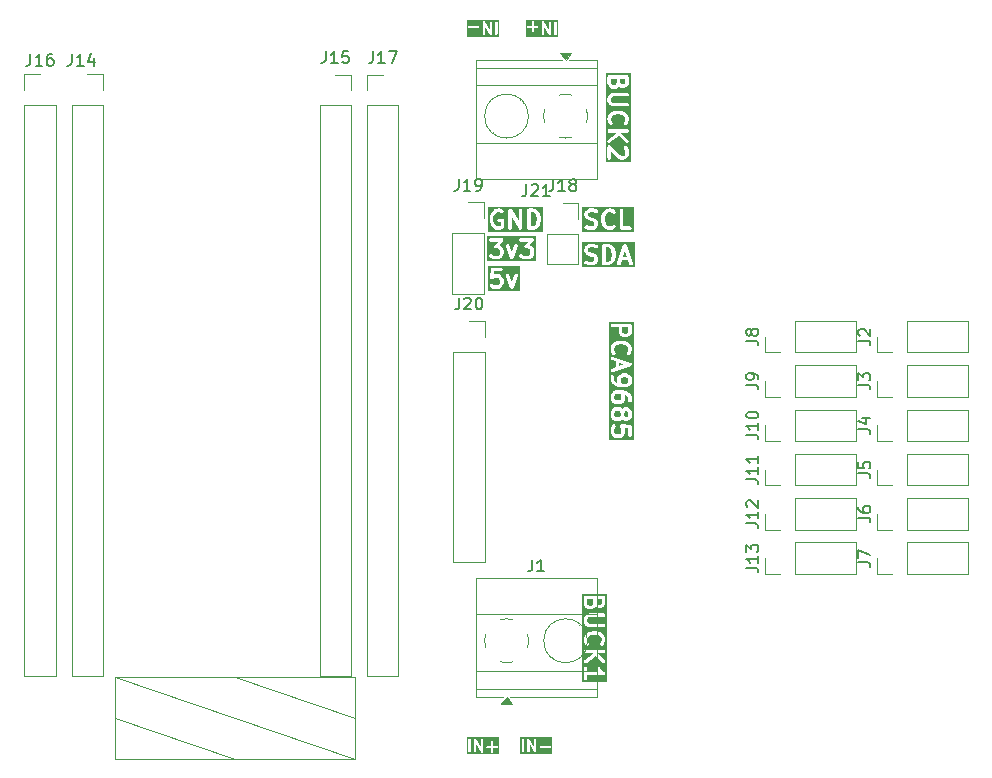
<source format=gbr>
%TF.GenerationSoftware,KiCad,Pcbnew,9.0.0*%
%TF.CreationDate,2025-03-26T16:28:11-04:00*%
%TF.ProjectId,spotmicro21mm,73706f74-6d69-4637-926f-32316d6d2e6b,rev?*%
%TF.SameCoordinates,Original*%
%TF.FileFunction,Legend,Top*%
%TF.FilePolarity,Positive*%
%FSLAX46Y46*%
G04 Gerber Fmt 4.6, Leading zero omitted, Abs format (unit mm)*
G04 Created by KiCad (PCBNEW 9.0.0) date 2025-03-26 16:28:11*
%MOMM*%
%LPD*%
G01*
G04 APERTURE LIST*
%ADD10C,0.100000*%
%ADD11C,0.300000*%
%ADD12C,0.200000*%
%ADD13C,0.150000*%
%ADD14C,0.120000*%
G04 APERTURE END LIST*
D10*
X89830000Y-113090000D02*
X110170000Y-120000000D01*
X100000000Y-113090000D02*
X110170000Y-116545000D01*
X89830000Y-116545000D02*
X100000000Y-120000000D01*
X89830000Y-113090000D02*
X110170000Y-113090000D01*
X110170000Y-120000000D01*
X89830000Y-120000000D01*
X89830000Y-113090000D01*
D11*
G36*
X131723482Y-76753361D02*
G01*
X131824089Y-76853968D01*
X131877268Y-76960327D01*
X131940224Y-77212148D01*
X131940224Y-77389507D01*
X131877268Y-77641328D01*
X131824089Y-77747688D01*
X131723483Y-77848294D01*
X131565881Y-77900828D01*
X131383081Y-77900828D01*
X131383081Y-76700828D01*
X131565884Y-76700828D01*
X131723482Y-76753361D01*
G37*
G36*
X133167826Y-77472257D02*
G01*
X132869767Y-77472257D01*
X133018796Y-77025169D01*
X133167826Y-77472257D01*
G37*
G36*
X133834286Y-78367495D02*
G01*
X129416415Y-78367495D01*
X129416415Y-76836542D01*
X129583082Y-76836542D01*
X129583082Y-76979400D01*
X129585964Y-77008664D01*
X129588026Y-77013642D01*
X129588408Y-77019018D01*
X129598918Y-77046482D01*
X129670346Y-77189339D01*
X129678274Y-77201934D01*
X129679790Y-77205593D01*
X129683169Y-77209710D01*
X129686011Y-77214225D01*
X129689005Y-77216821D01*
X129698445Y-77228324D01*
X129769874Y-77299752D01*
X129781374Y-77309190D01*
X129783971Y-77312184D01*
X129788483Y-77315024D01*
X129792604Y-77318406D01*
X129796263Y-77319921D01*
X129808857Y-77327849D01*
X129951713Y-77399278D01*
X129953855Y-77400097D01*
X129954725Y-77400742D01*
X129966996Y-77405126D01*
X129979177Y-77409787D01*
X129980257Y-77409863D01*
X129982416Y-77410635D01*
X130252154Y-77478069D01*
X130358513Y-77531248D01*
X130395517Y-77568253D01*
X130440225Y-77657667D01*
X130440225Y-77729703D01*
X130395517Y-77819117D01*
X130358514Y-77856121D01*
X130269101Y-77900828D01*
X129971711Y-77900828D01*
X129780516Y-77837097D01*
X129751842Y-77830577D01*
X129693462Y-77834727D01*
X129641115Y-77860901D01*
X129602767Y-77905115D01*
X129584259Y-77960640D01*
X129588409Y-78019020D01*
X129614583Y-78071367D01*
X129658797Y-78109715D01*
X129685648Y-78121703D01*
X129899934Y-78193131D01*
X129914446Y-78196430D01*
X129918104Y-78197946D01*
X129923406Y-78198468D01*
X129928608Y-78199651D01*
X129932562Y-78199369D01*
X129947368Y-78200828D01*
X130304510Y-78200828D01*
X130333774Y-78197946D01*
X130338752Y-78195883D01*
X130344128Y-78195502D01*
X130371591Y-78184992D01*
X130514450Y-78113564D01*
X130527044Y-78105635D01*
X130530704Y-78104120D01*
X130534824Y-78100738D01*
X130539335Y-78097899D01*
X130541929Y-78094907D01*
X130553435Y-78085465D01*
X130624863Y-78014036D01*
X130634301Y-78002535D01*
X130637295Y-77999939D01*
X130640135Y-77995426D01*
X130643517Y-77991306D01*
X130645032Y-77987646D01*
X130652960Y-77975053D01*
X130724389Y-77832197D01*
X130734898Y-77804733D01*
X130735279Y-77799358D01*
X130737343Y-77794378D01*
X130740225Y-77765114D01*
X130740225Y-77622257D01*
X130737343Y-77592993D01*
X130735279Y-77588012D01*
X130734898Y-77582638D01*
X130724389Y-77555174D01*
X130652960Y-77412318D01*
X130645032Y-77399724D01*
X130643517Y-77396065D01*
X130640135Y-77391944D01*
X130637295Y-77387432D01*
X130634301Y-77384835D01*
X130624863Y-77373335D01*
X130553435Y-77301906D01*
X130541932Y-77292466D01*
X130539336Y-77289472D01*
X130534821Y-77286630D01*
X130530704Y-77283251D01*
X130527045Y-77281735D01*
X130514450Y-77273807D01*
X130371592Y-77202378D01*
X130369451Y-77201558D01*
X130368581Y-77200914D01*
X130356325Y-77196535D01*
X130344129Y-77191868D01*
X130343045Y-77191791D01*
X130340890Y-77191021D01*
X130071152Y-77123586D01*
X129964792Y-77070406D01*
X129927787Y-77033401D01*
X129883082Y-76943990D01*
X129883082Y-76871951D01*
X129927787Y-76782540D01*
X129964792Y-76745535D01*
X130054206Y-76700828D01*
X130351599Y-76700828D01*
X130542790Y-76764559D01*
X130571464Y-76771079D01*
X130629844Y-76766930D01*
X130682191Y-76740756D01*
X130720539Y-76696542D01*
X130739047Y-76641018D01*
X130734898Y-76582638D01*
X130718993Y-76550828D01*
X131083081Y-76550828D01*
X131083081Y-78050828D01*
X131085963Y-78080092D01*
X131108361Y-78134164D01*
X131149745Y-78175548D01*
X131203817Y-78197946D01*
X131233081Y-78200828D01*
X131590224Y-78200828D01*
X131605029Y-78199369D01*
X131608984Y-78199651D01*
X131614185Y-78198468D01*
X131619488Y-78197946D01*
X131623145Y-78196430D01*
X131637658Y-78193131D01*
X131851944Y-78121703D01*
X131878795Y-78109715D01*
X131882866Y-78106183D01*
X131887846Y-78104121D01*
X131910576Y-78085466D01*
X131963975Y-78032067D01*
X132369974Y-78032067D01*
X132374123Y-78090448D01*
X132400297Y-78142795D01*
X132444511Y-78181142D01*
X132500035Y-78199650D01*
X132558416Y-78195501D01*
X132610763Y-78169327D01*
X132649110Y-78125113D01*
X132661098Y-78098262D01*
X132769767Y-77772257D01*
X133267826Y-77772257D01*
X133376494Y-78098262D01*
X133388482Y-78125113D01*
X133426829Y-78169328D01*
X133479177Y-78195501D01*
X133537557Y-78199651D01*
X133593081Y-78181142D01*
X133637295Y-78142795D01*
X133663469Y-78090448D01*
X133667619Y-78032068D01*
X133661099Y-78003394D01*
X133161098Y-76503394D01*
X133149110Y-76476543D01*
X133142087Y-76468446D01*
X133137295Y-76458861D01*
X133123086Y-76446537D01*
X133110763Y-76432329D01*
X133101177Y-76427536D01*
X133093081Y-76420514D01*
X133075237Y-76414565D01*
X133058416Y-76406155D01*
X133047727Y-76405395D01*
X133037557Y-76402005D01*
X133018791Y-76403338D01*
X133000035Y-76402006D01*
X132989867Y-76405395D01*
X132979177Y-76406155D01*
X132962353Y-76414566D01*
X132944511Y-76420514D01*
X132936416Y-76427534D01*
X132926829Y-76432328D01*
X132914503Y-76446539D01*
X132900297Y-76458861D01*
X132895504Y-76468445D01*
X132888482Y-76476543D01*
X132876494Y-76503394D01*
X132376494Y-78003394D01*
X132369974Y-78032067D01*
X131963975Y-78032067D01*
X132053433Y-77942608D01*
X132062871Y-77931106D01*
X132065866Y-77928510D01*
X132068706Y-77923996D01*
X132072088Y-77919877D01*
X132073603Y-77916217D01*
X132081531Y-77903624D01*
X132152960Y-77760768D01*
X132153779Y-77758625D01*
X132154424Y-77757756D01*
X132158808Y-77745484D01*
X132163469Y-77733304D01*
X132163545Y-77732223D01*
X132164317Y-77730065D01*
X132235745Y-77444351D01*
X132236494Y-77439279D01*
X132237342Y-77437235D01*
X132238427Y-77426212D01*
X132240047Y-77415262D01*
X132239721Y-77413074D01*
X132240224Y-77407971D01*
X132240224Y-77193685D01*
X132239721Y-77188581D01*
X132240047Y-77186394D01*
X132238427Y-77175443D01*
X132237342Y-77164421D01*
X132236494Y-77162376D01*
X132235745Y-77157305D01*
X132164317Y-76871591D01*
X132163545Y-76869432D01*
X132163469Y-76868352D01*
X132158808Y-76856171D01*
X132154424Y-76843900D01*
X132153779Y-76843030D01*
X132152960Y-76840888D01*
X132081531Y-76698032D01*
X132073604Y-76685440D01*
X132072088Y-76681778D01*
X132068704Y-76677655D01*
X132065866Y-76673146D01*
X132062873Y-76670550D01*
X132053433Y-76659048D01*
X131910576Y-76516191D01*
X131887845Y-76497536D01*
X131882865Y-76495473D01*
X131878795Y-76491943D01*
X131851944Y-76479954D01*
X131637658Y-76408526D01*
X131623150Y-76405227D01*
X131619488Y-76403710D01*
X131614179Y-76403187D01*
X131608985Y-76402006D01*
X131605035Y-76402286D01*
X131590224Y-76400828D01*
X131233081Y-76400828D01*
X131203817Y-76403710D01*
X131149745Y-76426108D01*
X131108361Y-76467492D01*
X131085963Y-76521564D01*
X131083081Y-76550828D01*
X130718993Y-76550828D01*
X130708724Y-76530290D01*
X130664510Y-76491943D01*
X130637659Y-76479954D01*
X130423373Y-76408526D01*
X130408865Y-76405227D01*
X130405203Y-76403710D01*
X130399894Y-76403187D01*
X130394700Y-76402006D01*
X130390750Y-76402286D01*
X130375939Y-76400828D01*
X130018796Y-76400828D01*
X129989532Y-76403710D01*
X129984551Y-76405773D01*
X129979177Y-76406155D01*
X129951713Y-76416664D01*
X129808857Y-76488093D01*
X129796263Y-76496020D01*
X129792604Y-76497536D01*
X129788483Y-76500917D01*
X129783971Y-76503758D01*
X129781374Y-76506751D01*
X129769874Y-76516190D01*
X129698445Y-76587618D01*
X129689005Y-76599120D01*
X129686011Y-76601717D01*
X129683169Y-76606231D01*
X129679790Y-76610349D01*
X129678274Y-76614007D01*
X129670346Y-76626603D01*
X129598918Y-76769460D01*
X129588408Y-76796924D01*
X129588026Y-76802299D01*
X129585964Y-76807278D01*
X129583082Y-76836542D01*
X129416415Y-76836542D01*
X129416415Y-76234161D01*
X133834286Y-76234161D01*
X133834286Y-78367495D01*
G37*
G36*
X132574601Y-90570643D02*
G01*
X132611606Y-90607648D01*
X132656314Y-90697062D01*
X132656314Y-90911956D01*
X132611607Y-91001370D01*
X132574603Y-91038373D01*
X132485190Y-91083081D01*
X132270295Y-91083081D01*
X132180882Y-91038374D01*
X132143878Y-91001370D01*
X132099171Y-90911956D01*
X132099171Y-90697062D01*
X132143878Y-90607647D01*
X132180882Y-90570643D01*
X132270295Y-90525938D01*
X132485190Y-90525938D01*
X132574601Y-90570643D01*
G37*
G36*
X133217458Y-90570643D02*
G01*
X133254463Y-90607648D01*
X133299171Y-90697062D01*
X133299171Y-90911956D01*
X133254464Y-91001370D01*
X133217460Y-91038373D01*
X133128047Y-91083081D01*
X133127438Y-91083081D01*
X133038024Y-91038373D01*
X133001020Y-91001370D01*
X132956314Y-90911957D01*
X132956314Y-90697061D01*
X133001019Y-90607649D01*
X133038024Y-90570644D01*
X133127438Y-90525938D01*
X133128047Y-90525938D01*
X133217458Y-90570643D01*
G37*
G36*
X132646030Y-89142072D02*
G01*
X132683035Y-89179077D01*
X132727742Y-89268490D01*
X132727742Y-89483385D01*
X132683036Y-89572797D01*
X132646032Y-89609802D01*
X132556618Y-89654510D01*
X132270295Y-89654510D01*
X132180882Y-89609803D01*
X132143878Y-89572799D01*
X132099171Y-89483385D01*
X132099171Y-89268491D01*
X132143878Y-89179076D01*
X132180882Y-89142072D01*
X132270295Y-89097367D01*
X132556618Y-89097367D01*
X132646030Y-89142072D01*
G37*
G36*
X133217458Y-87713501D02*
G01*
X133254463Y-87750506D01*
X133299171Y-87839920D01*
X133299171Y-88054814D01*
X133254464Y-88144228D01*
X133217460Y-88181231D01*
X133128047Y-88225939D01*
X132841724Y-88225939D01*
X132752310Y-88181231D01*
X132715306Y-88144228D01*
X132670600Y-88054815D01*
X132670600Y-87839919D01*
X132715305Y-87750507D01*
X132752310Y-87713502D01*
X132841724Y-87668796D01*
X133128047Y-87668796D01*
X133217458Y-87713501D01*
G37*
G36*
X132974828Y-86590225D02*
G01*
X132527742Y-86739254D01*
X132527742Y-86441195D01*
X132974828Y-86590225D01*
G37*
G36*
X133299171Y-83840528D02*
G01*
X133254463Y-83929942D01*
X133217458Y-83966947D01*
X133128047Y-84011653D01*
X132984581Y-84011653D01*
X132895167Y-83966946D01*
X132858162Y-83929941D01*
X132813457Y-83840529D01*
X132813457Y-83454510D01*
X133299171Y-83454510D01*
X133299171Y-83840528D01*
G37*
G36*
X133765838Y-92978319D02*
G01*
X131632504Y-92978319D01*
X131632504Y-92018795D01*
X131799171Y-92018795D01*
X131799171Y-92375937D01*
X131802053Y-92405201D01*
X131804114Y-92410178D01*
X131804497Y-92415556D01*
X131815007Y-92443019D01*
X131886436Y-92585877D01*
X131894363Y-92598470D01*
X131895879Y-92602130D01*
X131899260Y-92606249D01*
X131902101Y-92610763D01*
X131905094Y-92613359D01*
X131914534Y-92624861D01*
X131985962Y-92696289D01*
X131997464Y-92705729D01*
X132000060Y-92708722D01*
X132004569Y-92711560D01*
X132008692Y-92714944D01*
X132012354Y-92716460D01*
X132024946Y-92724387D01*
X132167802Y-92795816D01*
X132195266Y-92806325D01*
X132200640Y-92806706D01*
X132205621Y-92808770D01*
X132234885Y-92811652D01*
X132592028Y-92811652D01*
X132621292Y-92808770D01*
X132626272Y-92806706D01*
X132631647Y-92806325D01*
X132659110Y-92795816D01*
X132801967Y-92724387D01*
X132814562Y-92716458D01*
X132818219Y-92714944D01*
X132822336Y-92711564D01*
X132826853Y-92708722D01*
X132829450Y-92705727D01*
X132840950Y-92696290D01*
X132912379Y-92624862D01*
X132921818Y-92613359D01*
X132924814Y-92610762D01*
X132927655Y-92606247D01*
X132931034Y-92602131D01*
X132932549Y-92598472D01*
X132940478Y-92585876D01*
X133011907Y-92443018D01*
X133022416Y-92415555D01*
X133022797Y-92410179D01*
X133024860Y-92405201D01*
X133027742Y-92375937D01*
X133027742Y-92018795D01*
X133024860Y-91989531D01*
X133022797Y-91984552D01*
X133022761Y-91984044D01*
X133299171Y-92011685D01*
X133299171Y-92590223D01*
X133302053Y-92619487D01*
X133324451Y-92673559D01*
X133365835Y-92714943D01*
X133419907Y-92737341D01*
X133478435Y-92737341D01*
X133532507Y-92714943D01*
X133573891Y-92673559D01*
X133596289Y-92619487D01*
X133599171Y-92590223D01*
X133599171Y-91875937D01*
X133598104Y-91865110D01*
X133598470Y-91861457D01*
X133597393Y-91857889D01*
X133596289Y-91846673D01*
X133587895Y-91826410D01*
X133581564Y-91805425D01*
X133576782Y-91799580D01*
X133573891Y-91792601D01*
X133558385Y-91777095D01*
X133544503Y-91760128D01*
X133537847Y-91756557D01*
X133532507Y-91751217D01*
X133512249Y-91742825D01*
X133492928Y-91732461D01*
X133481880Y-91730246D01*
X133478435Y-91728819D01*
X133474761Y-91728819D01*
X133464096Y-91726681D01*
X132749810Y-91655253D01*
X132720405Y-91655209D01*
X132713174Y-91657391D01*
X132705621Y-91657391D01*
X132685361Y-91665782D01*
X132664373Y-91672116D01*
X132658528Y-91676897D01*
X132651549Y-91679789D01*
X132636045Y-91695293D01*
X132619076Y-91709177D01*
X132615504Y-91715833D01*
X132610164Y-91721175D01*
X132601774Y-91741429D01*
X132591409Y-91760752D01*
X132590657Y-91768269D01*
X132587767Y-91775247D01*
X132587767Y-91797170D01*
X132585585Y-91818989D01*
X132587767Y-91826220D01*
X132587767Y-91833773D01*
X132596158Y-91854032D01*
X132602492Y-91875021D01*
X132607273Y-91880865D01*
X132610165Y-91887845D01*
X132628820Y-91910576D01*
X132683036Y-91964792D01*
X132727742Y-92054204D01*
X132727742Y-92340527D01*
X132683036Y-92429939D01*
X132646032Y-92466944D01*
X132556618Y-92511652D01*
X132270295Y-92511652D01*
X132180882Y-92466945D01*
X132143878Y-92429941D01*
X132099171Y-92340527D01*
X132099171Y-92054205D01*
X132143878Y-91964791D01*
X132198094Y-91910575D01*
X132216749Y-91887845D01*
X132239145Y-91833772D01*
X132239145Y-91775246D01*
X132216749Y-91721174D01*
X132175363Y-91679788D01*
X132121291Y-91657392D01*
X132062765Y-91657392D01*
X132008692Y-91679788D01*
X131985962Y-91698443D01*
X131914534Y-91769871D01*
X131905094Y-91781372D01*
X131902101Y-91783969D01*
X131899260Y-91788482D01*
X131895879Y-91792602D01*
X131894363Y-91796261D01*
X131886436Y-91808855D01*
X131815007Y-91951713D01*
X131804497Y-91979176D01*
X131804114Y-91984553D01*
X131802053Y-91989531D01*
X131799171Y-92018795D01*
X131632504Y-92018795D01*
X131632504Y-90661652D01*
X131799171Y-90661652D01*
X131799171Y-90947366D01*
X131802053Y-90976630D01*
X131804114Y-90981607D01*
X131804497Y-90986985D01*
X131815007Y-91014448D01*
X131886436Y-91157306D01*
X131894363Y-91169899D01*
X131895879Y-91173559D01*
X131899260Y-91177678D01*
X131902101Y-91182192D01*
X131905094Y-91184788D01*
X131914534Y-91196290D01*
X131985962Y-91267718D01*
X131997464Y-91277158D01*
X132000060Y-91280151D01*
X132004569Y-91282989D01*
X132008692Y-91286373D01*
X132012354Y-91287889D01*
X132024946Y-91295816D01*
X132167802Y-91367245D01*
X132195266Y-91377754D01*
X132200640Y-91378135D01*
X132205621Y-91380199D01*
X132234885Y-91383081D01*
X132520600Y-91383081D01*
X132549864Y-91380199D01*
X132554844Y-91378135D01*
X132560219Y-91377754D01*
X132587682Y-91367245D01*
X132730539Y-91295816D01*
X132743132Y-91287888D01*
X132746792Y-91286373D01*
X132750911Y-91282991D01*
X132755425Y-91280151D01*
X132758021Y-91277157D01*
X132769523Y-91267718D01*
X132806313Y-91230927D01*
X132843106Y-91267719D01*
X132854606Y-91277157D01*
X132857203Y-91280151D01*
X132861715Y-91282991D01*
X132865836Y-91286373D01*
X132869495Y-91287888D01*
X132882089Y-91295816D01*
X133024945Y-91367245D01*
X133052409Y-91377754D01*
X133057783Y-91378135D01*
X133062764Y-91380199D01*
X133092028Y-91383081D01*
X133163457Y-91383081D01*
X133192721Y-91380199D01*
X133197701Y-91378135D01*
X133203076Y-91377754D01*
X133230539Y-91367245D01*
X133373396Y-91295816D01*
X133385989Y-91287888D01*
X133389649Y-91286373D01*
X133393768Y-91282991D01*
X133398282Y-91280151D01*
X133400878Y-91277157D01*
X133412380Y-91267718D01*
X133483808Y-91196290D01*
X133493248Y-91184787D01*
X133496241Y-91182192D01*
X133499079Y-91177682D01*
X133502463Y-91173560D01*
X133503979Y-91169897D01*
X133511906Y-91157306D01*
X133583335Y-91014448D01*
X133593845Y-90986985D01*
X133594227Y-90981607D01*
X133596289Y-90976630D01*
X133599171Y-90947366D01*
X133599171Y-90661652D01*
X133596289Y-90632388D01*
X133594225Y-90627407D01*
X133593844Y-90622033D01*
X133583335Y-90594569D01*
X133511906Y-90451713D01*
X133503978Y-90439119D01*
X133502463Y-90435460D01*
X133499081Y-90431339D01*
X133496241Y-90426827D01*
X133493247Y-90424230D01*
X133483809Y-90412730D01*
X133412381Y-90341301D01*
X133400878Y-90331861D01*
X133398282Y-90328867D01*
X133393767Y-90326025D01*
X133389650Y-90322646D01*
X133385991Y-90321130D01*
X133373396Y-90313202D01*
X133230539Y-90241774D01*
X133203075Y-90231264D01*
X133197699Y-90230882D01*
X133192721Y-90228820D01*
X133163457Y-90225938D01*
X133092028Y-90225938D01*
X133062764Y-90228820D01*
X133057785Y-90230882D01*
X133052410Y-90231264D01*
X133024947Y-90241774D01*
X132882089Y-90313202D01*
X132869497Y-90321128D01*
X132865836Y-90322645D01*
X132861713Y-90326028D01*
X132857204Y-90328867D01*
X132854609Y-90331858D01*
X132843105Y-90341300D01*
X132806313Y-90378091D01*
X132769524Y-90341301D01*
X132758021Y-90331861D01*
X132755425Y-90328867D01*
X132750910Y-90326025D01*
X132746793Y-90322646D01*
X132743134Y-90321130D01*
X132730539Y-90313202D01*
X132587682Y-90241774D01*
X132560218Y-90231264D01*
X132554842Y-90230882D01*
X132549864Y-90228820D01*
X132520600Y-90225938D01*
X132234885Y-90225938D01*
X132205621Y-90228820D01*
X132200642Y-90230882D01*
X132195267Y-90231264D01*
X132167804Y-90241774D01*
X132024946Y-90313202D01*
X132012351Y-90321130D01*
X132008692Y-90322646D01*
X132004571Y-90326027D01*
X132000061Y-90328867D01*
X131997466Y-90331858D01*
X131985961Y-90341301D01*
X131914533Y-90412730D01*
X131905095Y-90424229D01*
X131902101Y-90426827D01*
X131899258Y-90431343D01*
X131895879Y-90435461D01*
X131894364Y-90439117D01*
X131886436Y-90451713D01*
X131815007Y-90594570D01*
X131804498Y-90622033D01*
X131804116Y-90627407D01*
X131802053Y-90632388D01*
X131799171Y-90661652D01*
X131632504Y-90661652D01*
X131632504Y-89233081D01*
X131799171Y-89233081D01*
X131799171Y-89518795D01*
X131802053Y-89548059D01*
X131804114Y-89553036D01*
X131804497Y-89558414D01*
X131815007Y-89585877D01*
X131886436Y-89728735D01*
X131894363Y-89741328D01*
X131895879Y-89744988D01*
X131899260Y-89749107D01*
X131902101Y-89753621D01*
X131905094Y-89756217D01*
X131914534Y-89767719D01*
X131985962Y-89839147D01*
X131997464Y-89848587D01*
X132000060Y-89851580D01*
X132004569Y-89854418D01*
X132008692Y-89857802D01*
X132012354Y-89859318D01*
X132024946Y-89867245D01*
X132167802Y-89938674D01*
X132195266Y-89949183D01*
X132200640Y-89949564D01*
X132205621Y-89951628D01*
X132234885Y-89954510D01*
X132592028Y-89954510D01*
X132621292Y-89951628D01*
X132626272Y-89949564D01*
X132631647Y-89949183D01*
X132659110Y-89938674D01*
X132801967Y-89867245D01*
X132814562Y-89859316D01*
X132818219Y-89857802D01*
X132822336Y-89854422D01*
X132826853Y-89851580D01*
X132829450Y-89848585D01*
X132840950Y-89839148D01*
X132912379Y-89767720D01*
X132921818Y-89756217D01*
X132924814Y-89753620D01*
X132927655Y-89749105D01*
X132931034Y-89744989D01*
X132932549Y-89741330D01*
X132940478Y-89728734D01*
X133011907Y-89585876D01*
X133022416Y-89558413D01*
X133022797Y-89553037D01*
X133024860Y-89548059D01*
X133027742Y-89518795D01*
X133027742Y-89233081D01*
X133024860Y-89203817D01*
X133022797Y-89198838D01*
X133022416Y-89193463D01*
X133011906Y-89166000D01*
X133004695Y-89151577D01*
X133030441Y-89158014D01*
X133210748Y-89278219D01*
X133254464Y-89321935D01*
X133299171Y-89411348D01*
X133299171Y-89661653D01*
X133302053Y-89690917D01*
X133324451Y-89744989D01*
X133365835Y-89786373D01*
X133419907Y-89808771D01*
X133478435Y-89808771D01*
X133532507Y-89786373D01*
X133573891Y-89744989D01*
X133596289Y-89690917D01*
X133599171Y-89661653D01*
X133599171Y-89375938D01*
X133596289Y-89346674D01*
X133594225Y-89341693D01*
X133593844Y-89336319D01*
X133583335Y-89308855D01*
X133511906Y-89165999D01*
X133503979Y-89153407D01*
X133502463Y-89149745D01*
X133499079Y-89145622D01*
X133496241Y-89141113D01*
X133493248Y-89138517D01*
X133483808Y-89127015D01*
X133412380Y-89055587D01*
X133412300Y-89055522D01*
X133412270Y-89055476D01*
X133400884Y-89046153D01*
X133389649Y-89036932D01*
X133389598Y-89036911D01*
X133389519Y-89036846D01*
X133175233Y-88893988D01*
X133159077Y-88885373D01*
X133156099Y-88883167D01*
X133152582Y-88881910D01*
X133149286Y-88880153D01*
X133145648Y-88879433D01*
X133128408Y-88873274D01*
X132842694Y-88801846D01*
X132837622Y-88801096D01*
X132835578Y-88800249D01*
X132824555Y-88799163D01*
X132813605Y-88797544D01*
X132811417Y-88797869D01*
X132806314Y-88797367D01*
X132234885Y-88797367D01*
X132205621Y-88800249D01*
X132200642Y-88802311D01*
X132195267Y-88802693D01*
X132167804Y-88813203D01*
X132024946Y-88884631D01*
X132012351Y-88892559D01*
X132008692Y-88894075D01*
X132004571Y-88897456D01*
X132000061Y-88900296D01*
X131997466Y-88903287D01*
X131985961Y-88912730D01*
X131914533Y-88984159D01*
X131905095Y-88995658D01*
X131902101Y-88998256D01*
X131899258Y-89002772D01*
X131895879Y-89006890D01*
X131894364Y-89010546D01*
X131886436Y-89023142D01*
X131815007Y-89165999D01*
X131804498Y-89193462D01*
X131804116Y-89198836D01*
X131802053Y-89203817D01*
X131799171Y-89233081D01*
X131632504Y-89233081D01*
X131632504Y-87661653D01*
X131799171Y-87661653D01*
X131799171Y-87947367D01*
X131802053Y-87976631D01*
X131804116Y-87981611D01*
X131804498Y-87986986D01*
X131815007Y-88014449D01*
X131886436Y-88157306D01*
X131894364Y-88169901D01*
X131895879Y-88173558D01*
X131899258Y-88177675D01*
X131902101Y-88182192D01*
X131905095Y-88184789D01*
X131914533Y-88196289D01*
X131985961Y-88267718D01*
X131986043Y-88267785D01*
X131986073Y-88267830D01*
X131997612Y-88277280D01*
X132008692Y-88286373D01*
X132008739Y-88286392D01*
X132008823Y-88286461D01*
X132223109Y-88429318D01*
X132239264Y-88437931D01*
X132242242Y-88440138D01*
X132245758Y-88441394D01*
X132249057Y-88443153D01*
X132252695Y-88443872D01*
X132269933Y-88450031D01*
X132555647Y-88521460D01*
X132560719Y-88522210D01*
X132562764Y-88523057D01*
X132573783Y-88524142D01*
X132584736Y-88525762D01*
X132586924Y-88525436D01*
X132592028Y-88525939D01*
X133163457Y-88525939D01*
X133192721Y-88523057D01*
X133197701Y-88520993D01*
X133203076Y-88520612D01*
X133230539Y-88510103D01*
X133373396Y-88438674D01*
X133385989Y-88430746D01*
X133389649Y-88429231D01*
X133393768Y-88425849D01*
X133398282Y-88423009D01*
X133400878Y-88420015D01*
X133412380Y-88410576D01*
X133483808Y-88339148D01*
X133493248Y-88327645D01*
X133496241Y-88325050D01*
X133499079Y-88320540D01*
X133502463Y-88316418D01*
X133503979Y-88312755D01*
X133511906Y-88300164D01*
X133583335Y-88157306D01*
X133593845Y-88129843D01*
X133594227Y-88124465D01*
X133596289Y-88119488D01*
X133599171Y-88090224D01*
X133599171Y-87804510D01*
X133596289Y-87775246D01*
X133594225Y-87770265D01*
X133593844Y-87764891D01*
X133583335Y-87737427D01*
X133511906Y-87594571D01*
X133503978Y-87581977D01*
X133502463Y-87578318D01*
X133499081Y-87574197D01*
X133496241Y-87569685D01*
X133493247Y-87567088D01*
X133483809Y-87555588D01*
X133412381Y-87484159D01*
X133400878Y-87474719D01*
X133398282Y-87471725D01*
X133393767Y-87468883D01*
X133389650Y-87465504D01*
X133385991Y-87463988D01*
X133373396Y-87456060D01*
X133230539Y-87384632D01*
X133203075Y-87374122D01*
X133197699Y-87373740D01*
X133192721Y-87371678D01*
X133163457Y-87368796D01*
X132806314Y-87368796D01*
X132777050Y-87371678D01*
X132772071Y-87373740D01*
X132766696Y-87374122D01*
X132739233Y-87384632D01*
X132596375Y-87456060D01*
X132583783Y-87463986D01*
X132580122Y-87465503D01*
X132575999Y-87468886D01*
X132571490Y-87471725D01*
X132568895Y-87474716D01*
X132557391Y-87484158D01*
X132485962Y-87555587D01*
X132476522Y-87567088D01*
X132473529Y-87569685D01*
X132470688Y-87574198D01*
X132467307Y-87578318D01*
X132465791Y-87581977D01*
X132457864Y-87594571D01*
X132386436Y-87737428D01*
X132375926Y-87764892D01*
X132375544Y-87770267D01*
X132373482Y-87775246D01*
X132370600Y-87804510D01*
X132370600Y-88090224D01*
X132373482Y-88119488D01*
X132375544Y-88124466D01*
X132375926Y-88129842D01*
X132386436Y-88157305D01*
X132393646Y-88171727D01*
X132367900Y-88165290D01*
X132187590Y-88045083D01*
X132143878Y-88001371D01*
X132099171Y-87911956D01*
X132099171Y-87661653D01*
X132096289Y-87632389D01*
X132073891Y-87578317D01*
X132032507Y-87536933D01*
X131978435Y-87514535D01*
X131919907Y-87514535D01*
X131865835Y-87536933D01*
X131824451Y-87578317D01*
X131802053Y-87632389D01*
X131799171Y-87661653D01*
X131632504Y-87661653D01*
X131632504Y-86071464D01*
X131800349Y-86071464D01*
X131804498Y-86129845D01*
X131830672Y-86182192D01*
X131874886Y-86220539D01*
X131901737Y-86232527D01*
X132227742Y-86341195D01*
X132227742Y-86839254D01*
X131901737Y-86947923D01*
X131874886Y-86959911D01*
X131830672Y-86998258D01*
X131804498Y-87050605D01*
X131800349Y-87108986D01*
X131818857Y-87164510D01*
X131857204Y-87208724D01*
X131909551Y-87234898D01*
X131967932Y-87239047D01*
X131996605Y-87232527D01*
X133496605Y-86732527D01*
X133523456Y-86720539D01*
X133531553Y-86713516D01*
X133541138Y-86708724D01*
X133553459Y-86694517D01*
X133567671Y-86682192D01*
X133572464Y-86672604D01*
X133579485Y-86664510D01*
X133585433Y-86646665D01*
X133593844Y-86629844D01*
X133594603Y-86619156D01*
X133597994Y-86608986D01*
X133596660Y-86590225D01*
X133597994Y-86571464D01*
X133594603Y-86561293D01*
X133593844Y-86550606D01*
X133585433Y-86533784D01*
X133579485Y-86515940D01*
X133572464Y-86507845D01*
X133567671Y-86498258D01*
X133553459Y-86485932D01*
X133541138Y-86471726D01*
X133531553Y-86466933D01*
X133523456Y-86459911D01*
X133496605Y-86447923D01*
X131996605Y-85947923D01*
X131967932Y-85941403D01*
X131909551Y-85945552D01*
X131857204Y-85971726D01*
X131818857Y-86015940D01*
X131800349Y-86071464D01*
X131632504Y-86071464D01*
X131632504Y-85233082D01*
X131799171Y-85233082D01*
X131799171Y-85375939D01*
X131800629Y-85390750D01*
X131800349Y-85394700D01*
X131801530Y-85399894D01*
X131802053Y-85405203D01*
X131803570Y-85408865D01*
X131806869Y-85423373D01*
X131878297Y-85637659D01*
X131890286Y-85664510D01*
X131893816Y-85668580D01*
X131895879Y-85673560D01*
X131914534Y-85696291D01*
X131985962Y-85767719D01*
X132008692Y-85786374D01*
X132062765Y-85808770D01*
X132121291Y-85808770D01*
X132175363Y-85786374D01*
X132216749Y-85744988D01*
X132239145Y-85690916D01*
X132239145Y-85632390D01*
X132216749Y-85578317D01*
X132198094Y-85555587D01*
X132151704Y-85509197D01*
X132099171Y-85351598D01*
X132099171Y-85257422D01*
X132151704Y-85099823D01*
X132252311Y-84999216D01*
X132358670Y-84946037D01*
X132610492Y-84883082D01*
X132787850Y-84883082D01*
X133039671Y-84946036D01*
X133146031Y-84999217D01*
X133246637Y-85099823D01*
X133299171Y-85257424D01*
X133299171Y-85351596D01*
X133246637Y-85509197D01*
X133200248Y-85555587D01*
X133181593Y-85578318D01*
X133159196Y-85632390D01*
X133159196Y-85690916D01*
X133181593Y-85744988D01*
X133222979Y-85786374D01*
X133277051Y-85808771D01*
X133335577Y-85808771D01*
X133389649Y-85786374D01*
X133412380Y-85767719D01*
X133483808Y-85696291D01*
X133502463Y-85673561D01*
X133504526Y-85668580D01*
X133508056Y-85664510D01*
X133520044Y-85637659D01*
X133591473Y-85423374D01*
X133594772Y-85408864D01*
X133596289Y-85405203D01*
X133596811Y-85399894D01*
X133597993Y-85394700D01*
X133597712Y-85390750D01*
X133599171Y-85375939D01*
X133599171Y-85233082D01*
X133597712Y-85218270D01*
X133597993Y-85214321D01*
X133596811Y-85209126D01*
X133596289Y-85203818D01*
X133594772Y-85200156D01*
X133591473Y-85185647D01*
X133520044Y-84971362D01*
X133508056Y-84944511D01*
X133504526Y-84940441D01*
X133502463Y-84935460D01*
X133483808Y-84912730D01*
X133340951Y-84769873D01*
X133329449Y-84760433D01*
X133326853Y-84757440D01*
X133322339Y-84754599D01*
X133318220Y-84751218D01*
X133314560Y-84749702D01*
X133301967Y-84741775D01*
X133159110Y-84670346D01*
X133156969Y-84669526D01*
X133156099Y-84668882D01*
X133143821Y-84664495D01*
X133131647Y-84659837D01*
X133130566Y-84659760D01*
X133128408Y-84658989D01*
X132842694Y-84587561D01*
X132837622Y-84586811D01*
X132835578Y-84585964D01*
X132824555Y-84584878D01*
X132813605Y-84583259D01*
X132811417Y-84583584D01*
X132806314Y-84583082D01*
X132592028Y-84583082D01*
X132586924Y-84583584D01*
X132584737Y-84583259D01*
X132573786Y-84584878D01*
X132562764Y-84585964D01*
X132560719Y-84586811D01*
X132555648Y-84587561D01*
X132269934Y-84658989D01*
X132267775Y-84659760D01*
X132266695Y-84659837D01*
X132254514Y-84664497D01*
X132242243Y-84668882D01*
X132241373Y-84669526D01*
X132239231Y-84670346D01*
X132096375Y-84741775D01*
X132083783Y-84749701D01*
X132080121Y-84751218D01*
X132075998Y-84754601D01*
X132071489Y-84757440D01*
X132068893Y-84760432D01*
X132057391Y-84769873D01*
X131914534Y-84912730D01*
X131895879Y-84935461D01*
X131893816Y-84940440D01*
X131890286Y-84944511D01*
X131878297Y-84971362D01*
X131806869Y-85185648D01*
X131803570Y-85200155D01*
X131802053Y-85203818D01*
X131801530Y-85209126D01*
X131800349Y-85214321D01*
X131800629Y-85218270D01*
X131799171Y-85233082D01*
X131632504Y-85233082D01*
X131632504Y-83275246D01*
X131802053Y-83275246D01*
X131802053Y-83333774D01*
X131824451Y-83387846D01*
X131865835Y-83429230D01*
X131919907Y-83451628D01*
X131949171Y-83454510D01*
X132513457Y-83454510D01*
X132513457Y-83875939D01*
X132516339Y-83905203D01*
X132518401Y-83910181D01*
X132518783Y-83915557D01*
X132529293Y-83943021D01*
X132600721Y-84085878D01*
X132608648Y-84098471D01*
X132610164Y-84102131D01*
X132613545Y-84106250D01*
X132616386Y-84110764D01*
X132619379Y-84113360D01*
X132628819Y-84124862D01*
X132700248Y-84196291D01*
X132711752Y-84205732D01*
X132714347Y-84208724D01*
X132718856Y-84211562D01*
X132722979Y-84214946D01*
X132726640Y-84216462D01*
X132739232Y-84224389D01*
X132882090Y-84295817D01*
X132909553Y-84306327D01*
X132914928Y-84306708D01*
X132919907Y-84308771D01*
X132949171Y-84311653D01*
X133163457Y-84311653D01*
X133192721Y-84308771D01*
X133197699Y-84306708D01*
X133203075Y-84306327D01*
X133230539Y-84295817D01*
X133373396Y-84224389D01*
X133385991Y-84216460D01*
X133389650Y-84214945D01*
X133393767Y-84211565D01*
X133398282Y-84208724D01*
X133400878Y-84205729D01*
X133412381Y-84196290D01*
X133483809Y-84124861D01*
X133493247Y-84113360D01*
X133496241Y-84110764D01*
X133499081Y-84106251D01*
X133502463Y-84102131D01*
X133503978Y-84098471D01*
X133511906Y-84085878D01*
X133583335Y-83943022D01*
X133593844Y-83915558D01*
X133594225Y-83910183D01*
X133596289Y-83905203D01*
X133599171Y-83875939D01*
X133599171Y-83304510D01*
X133596289Y-83275246D01*
X133573891Y-83221174D01*
X133532507Y-83179790D01*
X133478435Y-83157392D01*
X133449171Y-83154510D01*
X131949171Y-83154510D01*
X131919907Y-83157392D01*
X131865835Y-83179790D01*
X131824451Y-83221174D01*
X131802053Y-83275246D01*
X131632504Y-83275246D01*
X131632504Y-82987843D01*
X133765838Y-82987843D01*
X133765838Y-92978319D01*
G37*
D12*
G36*
X122364577Y-119578086D02*
G01*
X119658562Y-119578086D01*
X119658562Y-118367219D01*
X119769673Y-118367219D01*
X119769673Y-119367219D01*
X119771594Y-119386728D01*
X119786526Y-119422776D01*
X119814116Y-119450366D01*
X119850164Y-119465298D01*
X119889182Y-119465298D01*
X119925230Y-119450366D01*
X119952820Y-119422776D01*
X119967752Y-119386728D01*
X119969673Y-119367219D01*
X119969673Y-118367219D01*
X120245863Y-118367219D01*
X120245863Y-119367219D01*
X120247784Y-119386728D01*
X120262716Y-119422776D01*
X120290306Y-119450366D01*
X120326354Y-119465298D01*
X120365372Y-119465298D01*
X120401420Y-119450366D01*
X120429010Y-119422776D01*
X120443942Y-119386728D01*
X120445863Y-119367219D01*
X120445863Y-118743775D01*
X120830467Y-119416833D01*
X120833385Y-119420943D01*
X120834144Y-119422776D01*
X120836010Y-119424642D01*
X120841814Y-119432818D01*
X120852330Y-119440962D01*
X120861734Y-119450366D01*
X120867621Y-119452804D01*
X120872663Y-119456709D01*
X120885495Y-119460208D01*
X120897782Y-119465298D01*
X120904158Y-119465298D01*
X120910307Y-119466975D01*
X120923500Y-119465298D01*
X120936800Y-119465298D01*
X120942688Y-119462858D01*
X120949013Y-119462055D01*
X120960562Y-119455454D01*
X120972848Y-119450366D01*
X120977355Y-119445858D01*
X120982890Y-119442696D01*
X120991034Y-119432179D01*
X121000438Y-119422776D01*
X121002876Y-119416888D01*
X121006781Y-119411847D01*
X121010280Y-119399014D01*
X121015370Y-119386728D01*
X121016352Y-119376750D01*
X121017047Y-119374204D01*
X121016796Y-119372236D01*
X121017291Y-119367219D01*
X121017291Y-118966757D01*
X121295403Y-118966757D01*
X121295403Y-119005775D01*
X121310335Y-119041823D01*
X121337925Y-119069413D01*
X121373973Y-119084345D01*
X121393482Y-119086266D01*
X121674434Y-119086266D01*
X121674434Y-119367219D01*
X121676355Y-119386728D01*
X121691287Y-119422776D01*
X121718877Y-119450366D01*
X121754925Y-119465298D01*
X121793943Y-119465298D01*
X121829991Y-119450366D01*
X121857581Y-119422776D01*
X121872513Y-119386728D01*
X121874434Y-119367219D01*
X121874434Y-119086266D01*
X122155387Y-119086266D01*
X122174896Y-119084345D01*
X122210944Y-119069413D01*
X122238534Y-119041823D01*
X122253466Y-119005775D01*
X122253466Y-118966757D01*
X122238534Y-118930709D01*
X122210944Y-118903119D01*
X122174896Y-118888187D01*
X122155387Y-118886266D01*
X121874434Y-118886266D01*
X121874434Y-118605314D01*
X121872513Y-118585805D01*
X121857581Y-118549757D01*
X121829991Y-118522167D01*
X121793943Y-118507235D01*
X121754925Y-118507235D01*
X121718877Y-118522167D01*
X121691287Y-118549757D01*
X121676355Y-118585805D01*
X121674434Y-118605314D01*
X121674434Y-118886266D01*
X121393482Y-118886266D01*
X121373973Y-118888187D01*
X121337925Y-118903119D01*
X121310335Y-118930709D01*
X121295403Y-118966757D01*
X121017291Y-118966757D01*
X121017291Y-118367219D01*
X121015370Y-118347710D01*
X121000438Y-118311662D01*
X120972848Y-118284072D01*
X120936800Y-118269140D01*
X120897782Y-118269140D01*
X120861734Y-118284072D01*
X120834144Y-118311662D01*
X120819212Y-118347710D01*
X120817291Y-118367219D01*
X120817291Y-118990662D01*
X120432687Y-118317605D01*
X120429768Y-118313494D01*
X120429010Y-118311662D01*
X120427143Y-118309795D01*
X120421340Y-118301620D01*
X120410825Y-118293477D01*
X120401420Y-118284072D01*
X120395529Y-118281632D01*
X120390491Y-118277730D01*
X120377662Y-118274231D01*
X120365372Y-118269140D01*
X120358997Y-118269140D01*
X120352848Y-118267463D01*
X120339655Y-118269140D01*
X120326354Y-118269140D01*
X120320465Y-118271579D01*
X120314141Y-118272383D01*
X120302591Y-118278983D01*
X120290306Y-118284072D01*
X120285798Y-118288579D01*
X120280264Y-118291742D01*
X120272121Y-118302256D01*
X120262716Y-118311662D01*
X120260276Y-118317552D01*
X120256374Y-118322591D01*
X120252875Y-118335419D01*
X120247784Y-118347710D01*
X120246801Y-118357687D01*
X120246107Y-118360234D01*
X120246357Y-118362201D01*
X120245863Y-118367219D01*
X119969673Y-118367219D01*
X119967752Y-118347710D01*
X119952820Y-118311662D01*
X119925230Y-118284072D01*
X119889182Y-118269140D01*
X119850164Y-118269140D01*
X119814116Y-118284072D01*
X119786526Y-118311662D01*
X119771594Y-118347710D01*
X119769673Y-118367219D01*
X119658562Y-118367219D01*
X119658562Y-118156352D01*
X122364577Y-118156352D01*
X122364577Y-119578086D01*
G37*
D11*
G36*
X125366340Y-73753361D02*
G01*
X125466947Y-73853968D01*
X125520126Y-73960327D01*
X125583082Y-74212148D01*
X125583082Y-74389507D01*
X125520126Y-74641328D01*
X125466947Y-74747688D01*
X125366341Y-74848294D01*
X125208739Y-74900828D01*
X125025939Y-74900828D01*
X125025939Y-73700828D01*
X125208742Y-73700828D01*
X125366340Y-73753361D01*
G37*
G36*
X126049749Y-75367495D02*
G01*
X121416415Y-75367495D01*
X121416415Y-74193685D01*
X121583082Y-74193685D01*
X121583082Y-74407971D01*
X121583584Y-74413074D01*
X121583259Y-74415262D01*
X121584878Y-74426212D01*
X121585964Y-74437235D01*
X121586811Y-74439279D01*
X121587561Y-74444351D01*
X121658989Y-74730065D01*
X121659760Y-74732223D01*
X121659837Y-74733304D01*
X121664495Y-74745478D01*
X121668882Y-74757756D01*
X121669526Y-74758626D01*
X121670346Y-74760767D01*
X121741775Y-74903624D01*
X121749702Y-74916217D01*
X121751218Y-74919877D01*
X121754599Y-74923996D01*
X121757440Y-74928510D01*
X121760433Y-74931106D01*
X121769873Y-74942608D01*
X121912730Y-75085466D01*
X121935460Y-75104121D01*
X121940439Y-75106183D01*
X121944511Y-75109715D01*
X121971362Y-75121703D01*
X122185648Y-75193131D01*
X122200160Y-75196430D01*
X122203818Y-75197946D01*
X122209120Y-75198468D01*
X122214322Y-75199651D01*
X122218276Y-75199369D01*
X122233082Y-75200828D01*
X122375939Y-75200828D01*
X122390744Y-75199369D01*
X122394699Y-75199651D01*
X122399900Y-75198468D01*
X122405203Y-75197946D01*
X122408860Y-75196430D01*
X122423373Y-75193131D01*
X122637659Y-75121703D01*
X122664510Y-75109715D01*
X122668583Y-75106181D01*
X122673561Y-75104120D01*
X122696292Y-75085465D01*
X122767720Y-75014036D01*
X122786374Y-74991306D01*
X122806545Y-74942608D01*
X122808771Y-74937235D01*
X122811653Y-74907971D01*
X122811653Y-74407971D01*
X122808771Y-74378707D01*
X122786373Y-74324635D01*
X122744989Y-74283251D01*
X122690917Y-74260853D01*
X122661653Y-74257971D01*
X122375939Y-74257971D01*
X122346675Y-74260853D01*
X122292603Y-74283251D01*
X122251219Y-74324635D01*
X122228821Y-74378707D01*
X122228821Y-74437235D01*
X122251219Y-74491307D01*
X122292603Y-74532691D01*
X122346675Y-74555089D01*
X122375939Y-74557971D01*
X122511653Y-74557971D01*
X122511653Y-74845839D01*
X122509198Y-74848294D01*
X122351596Y-74900828D01*
X122257425Y-74900828D01*
X122099822Y-74848294D01*
X121999217Y-74747688D01*
X121946036Y-74641328D01*
X121883082Y-74389507D01*
X121883082Y-74212148D01*
X121946036Y-73960327D01*
X121999217Y-73853967D01*
X122099823Y-73753361D01*
X122257425Y-73700828D01*
X122411958Y-73700828D01*
X122523142Y-73756421D01*
X122550606Y-73766930D01*
X122608986Y-73771079D01*
X122664508Y-73752572D01*
X122708724Y-73714225D01*
X122734898Y-73661876D01*
X122739047Y-73603496D01*
X122721491Y-73550828D01*
X123154510Y-73550828D01*
X123154510Y-75050828D01*
X123157392Y-75080092D01*
X123179790Y-75134164D01*
X123221174Y-75175548D01*
X123275246Y-75197946D01*
X123333774Y-75197946D01*
X123387846Y-75175548D01*
X123429230Y-75134164D01*
X123451628Y-75080092D01*
X123454510Y-75050828D01*
X123454510Y-74115661D01*
X124031417Y-75125249D01*
X124035794Y-75131416D01*
X124036933Y-75134164D01*
X124039732Y-75136963D01*
X124048438Y-75149227D01*
X124064211Y-75161442D01*
X124078317Y-75175548D01*
X124087150Y-75179206D01*
X124094712Y-75185063D01*
X124113960Y-75190312D01*
X124132389Y-75197946D01*
X124141951Y-75197946D01*
X124151176Y-75200462D01*
X124170967Y-75197946D01*
X124190917Y-75197946D01*
X124199750Y-75194286D01*
X124209236Y-75193081D01*
X124226558Y-75183182D01*
X124244989Y-75175548D01*
X124251749Y-75168787D01*
X124260052Y-75164043D01*
X124272265Y-75148271D01*
X124286373Y-75134164D01*
X124290032Y-75125328D01*
X124295887Y-75117769D01*
X124301135Y-75098524D01*
X124308771Y-75080092D01*
X124310244Y-75065127D01*
X124311287Y-75061306D01*
X124310911Y-75058354D01*
X124311653Y-75050828D01*
X124311653Y-73550828D01*
X124725939Y-73550828D01*
X124725939Y-75050828D01*
X124728821Y-75080092D01*
X124751219Y-75134164D01*
X124792603Y-75175548D01*
X124846675Y-75197946D01*
X124875939Y-75200828D01*
X125233082Y-75200828D01*
X125247887Y-75199369D01*
X125251842Y-75199651D01*
X125257043Y-75198468D01*
X125262346Y-75197946D01*
X125266003Y-75196430D01*
X125280516Y-75193131D01*
X125494802Y-75121703D01*
X125521653Y-75109715D01*
X125525724Y-75106183D01*
X125530704Y-75104121D01*
X125553434Y-75085466D01*
X125696291Y-74942608D01*
X125705729Y-74931106D01*
X125708724Y-74928510D01*
X125711564Y-74923996D01*
X125714946Y-74919877D01*
X125716461Y-74916217D01*
X125724389Y-74903624D01*
X125795818Y-74760768D01*
X125796637Y-74758625D01*
X125797282Y-74757756D01*
X125801666Y-74745484D01*
X125806327Y-74733304D01*
X125806403Y-74732223D01*
X125807175Y-74730065D01*
X125878603Y-74444351D01*
X125879352Y-74439279D01*
X125880200Y-74437235D01*
X125881285Y-74426212D01*
X125882905Y-74415262D01*
X125882579Y-74413074D01*
X125883082Y-74407971D01*
X125883082Y-74193685D01*
X125882579Y-74188581D01*
X125882905Y-74186394D01*
X125881285Y-74175443D01*
X125880200Y-74164421D01*
X125879352Y-74162376D01*
X125878603Y-74157305D01*
X125807175Y-73871591D01*
X125806403Y-73869432D01*
X125806327Y-73868352D01*
X125801666Y-73856171D01*
X125797282Y-73843900D01*
X125796637Y-73843030D01*
X125795818Y-73840888D01*
X125724389Y-73698032D01*
X125716462Y-73685440D01*
X125714946Y-73681778D01*
X125711562Y-73677655D01*
X125708724Y-73673146D01*
X125705731Y-73670550D01*
X125696291Y-73659048D01*
X125553434Y-73516191D01*
X125530703Y-73497536D01*
X125525723Y-73495473D01*
X125521653Y-73491943D01*
X125494802Y-73479954D01*
X125280516Y-73408526D01*
X125266008Y-73405227D01*
X125262346Y-73403710D01*
X125257037Y-73403187D01*
X125251843Y-73402006D01*
X125247893Y-73402286D01*
X125233082Y-73400828D01*
X124875939Y-73400828D01*
X124846675Y-73403710D01*
X124792603Y-73426108D01*
X124751219Y-73467492D01*
X124728821Y-73521564D01*
X124725939Y-73550828D01*
X124311653Y-73550828D01*
X124308771Y-73521564D01*
X124286373Y-73467492D01*
X124244989Y-73426108D01*
X124190917Y-73403710D01*
X124132389Y-73403710D01*
X124078317Y-73426108D01*
X124036933Y-73467492D01*
X124014535Y-73521564D01*
X124011653Y-73550828D01*
X124011653Y-74485992D01*
X123434746Y-73476407D01*
X123430368Y-73470239D01*
X123429230Y-73467492D01*
X123426430Y-73464692D01*
X123417725Y-73452429D01*
X123401953Y-73440215D01*
X123387846Y-73426108D01*
X123379010Y-73422448D01*
X123371451Y-73416594D01*
X123352206Y-73411345D01*
X123333774Y-73403710D01*
X123324212Y-73403710D01*
X123314987Y-73401194D01*
X123295196Y-73403710D01*
X123275246Y-73403710D01*
X123266412Y-73407369D01*
X123256927Y-73408575D01*
X123239604Y-73418473D01*
X123221174Y-73426108D01*
X123214413Y-73432868D01*
X123206111Y-73437613D01*
X123193897Y-73453384D01*
X123179790Y-73467492D01*
X123176130Y-73476327D01*
X123170276Y-73483887D01*
X123165027Y-73503131D01*
X123157392Y-73521564D01*
X123155918Y-73536530D01*
X123154876Y-73540351D01*
X123155251Y-73543302D01*
X123154510Y-73550828D01*
X122721491Y-73550828D01*
X122720539Y-73547973D01*
X122682193Y-73503758D01*
X122657307Y-73488093D01*
X122514450Y-73416664D01*
X122486987Y-73406155D01*
X122481612Y-73405773D01*
X122476632Y-73403710D01*
X122447368Y-73400828D01*
X122233082Y-73400828D01*
X122218270Y-73402286D01*
X122214321Y-73402006D01*
X122209126Y-73403187D01*
X122203818Y-73403710D01*
X122200156Y-73405226D01*
X122185647Y-73408526D01*
X121971362Y-73479955D01*
X121944511Y-73491943D01*
X121940441Y-73495472D01*
X121935460Y-73497536D01*
X121912730Y-73516191D01*
X121769873Y-73659048D01*
X121760433Y-73670549D01*
X121757440Y-73673146D01*
X121754599Y-73677659D01*
X121751218Y-73681779D01*
X121749702Y-73685438D01*
X121741775Y-73698032D01*
X121670346Y-73840889D01*
X121669526Y-73843029D01*
X121668882Y-73843900D01*
X121664495Y-73856177D01*
X121659837Y-73868352D01*
X121659760Y-73869432D01*
X121658989Y-73871591D01*
X121587561Y-74157305D01*
X121586811Y-74162376D01*
X121585964Y-74164421D01*
X121584878Y-74175443D01*
X121583259Y-74186394D01*
X121583584Y-74188581D01*
X121583082Y-74193685D01*
X121416415Y-74193685D01*
X121416415Y-73234161D01*
X126049749Y-73234161D01*
X126049749Y-75367495D01*
G37*
G36*
X133761152Y-75367495D02*
G01*
X129416415Y-75367495D01*
X129416415Y-73836542D01*
X129583082Y-73836542D01*
X129583082Y-73979400D01*
X129585964Y-74008664D01*
X129588026Y-74013642D01*
X129588408Y-74019018D01*
X129598918Y-74046482D01*
X129670346Y-74189339D01*
X129678274Y-74201934D01*
X129679790Y-74205593D01*
X129683169Y-74209710D01*
X129686011Y-74214225D01*
X129689005Y-74216821D01*
X129698445Y-74228324D01*
X129769874Y-74299752D01*
X129781374Y-74309190D01*
X129783971Y-74312184D01*
X129788483Y-74315024D01*
X129792604Y-74318406D01*
X129796263Y-74319921D01*
X129808857Y-74327849D01*
X129951713Y-74399278D01*
X129953855Y-74400097D01*
X129954725Y-74400742D01*
X129966996Y-74405126D01*
X129979177Y-74409787D01*
X129980257Y-74409863D01*
X129982416Y-74410635D01*
X130252154Y-74478069D01*
X130358513Y-74531248D01*
X130395517Y-74568253D01*
X130440225Y-74657667D01*
X130440225Y-74729703D01*
X130395517Y-74819117D01*
X130358514Y-74856121D01*
X130269101Y-74900828D01*
X129971711Y-74900828D01*
X129780516Y-74837097D01*
X129751842Y-74830577D01*
X129693462Y-74834727D01*
X129641115Y-74860901D01*
X129602767Y-74905115D01*
X129584259Y-74960640D01*
X129588409Y-75019020D01*
X129614583Y-75071367D01*
X129658797Y-75109715D01*
X129685648Y-75121703D01*
X129899934Y-75193131D01*
X129914446Y-75196430D01*
X129918104Y-75197946D01*
X129923406Y-75198468D01*
X129928608Y-75199651D01*
X129932562Y-75199369D01*
X129947368Y-75200828D01*
X130304510Y-75200828D01*
X130333774Y-75197946D01*
X130338752Y-75195883D01*
X130344128Y-75195502D01*
X130371591Y-75184992D01*
X130514450Y-75113564D01*
X130527044Y-75105635D01*
X130530704Y-75104120D01*
X130534824Y-75100738D01*
X130539335Y-75097899D01*
X130541929Y-75094907D01*
X130553435Y-75085465D01*
X130624863Y-75014036D01*
X130634301Y-75002535D01*
X130637295Y-74999939D01*
X130640135Y-74995426D01*
X130643517Y-74991306D01*
X130645032Y-74987646D01*
X130652960Y-74975053D01*
X130724389Y-74832197D01*
X130734898Y-74804733D01*
X130735279Y-74799358D01*
X130737343Y-74794378D01*
X130740225Y-74765114D01*
X130740225Y-74622257D01*
X130737343Y-74592993D01*
X130735279Y-74588012D01*
X130734898Y-74582638D01*
X130724389Y-74555174D01*
X130652960Y-74412318D01*
X130645032Y-74399724D01*
X130643517Y-74396065D01*
X130640135Y-74391944D01*
X130637295Y-74387432D01*
X130634301Y-74384835D01*
X130624863Y-74373335D01*
X130553435Y-74301906D01*
X130541932Y-74292466D01*
X130539336Y-74289472D01*
X130534821Y-74286630D01*
X130530704Y-74283251D01*
X130527045Y-74281735D01*
X130514450Y-74273807D01*
X130371592Y-74202378D01*
X130369451Y-74201558D01*
X130368581Y-74200914D01*
X130356325Y-74196535D01*
X130348877Y-74193685D01*
X131011653Y-74193685D01*
X131011653Y-74407971D01*
X131012155Y-74413074D01*
X131011830Y-74415262D01*
X131013449Y-74426212D01*
X131014535Y-74437235D01*
X131015382Y-74439279D01*
X131016132Y-74444351D01*
X131087560Y-74730065D01*
X131088331Y-74732223D01*
X131088408Y-74733304D01*
X131093066Y-74745478D01*
X131097453Y-74757756D01*
X131098097Y-74758626D01*
X131098917Y-74760767D01*
X131170346Y-74903624D01*
X131178273Y-74916217D01*
X131179789Y-74919877D01*
X131183170Y-74923996D01*
X131186011Y-74928510D01*
X131189004Y-74931106D01*
X131198444Y-74942608D01*
X131341301Y-75085466D01*
X131364031Y-75104121D01*
X131369010Y-75106183D01*
X131373082Y-75109715D01*
X131399933Y-75121703D01*
X131614219Y-75193131D01*
X131628731Y-75196430D01*
X131632389Y-75197946D01*
X131637691Y-75198468D01*
X131642893Y-75199651D01*
X131646847Y-75199369D01*
X131661653Y-75200828D01*
X131804510Y-75200828D01*
X131819315Y-75199369D01*
X131823270Y-75199651D01*
X131828471Y-75198468D01*
X131833774Y-75197946D01*
X131837431Y-75196430D01*
X131851944Y-75193131D01*
X132066230Y-75121703D01*
X132093081Y-75109715D01*
X132097154Y-75106181D01*
X132102132Y-75104120D01*
X132124863Y-75085465D01*
X132196291Y-75014036D01*
X132214945Y-74991306D01*
X132237342Y-74937233D01*
X132237341Y-74878707D01*
X132214944Y-74824635D01*
X132173558Y-74783250D01*
X132119486Y-74760853D01*
X132060960Y-74760854D01*
X132006888Y-74783251D01*
X131984157Y-74801906D01*
X131937769Y-74848294D01*
X131780167Y-74900828D01*
X131685996Y-74900828D01*
X131528393Y-74848294D01*
X131427788Y-74747688D01*
X131374607Y-74641328D01*
X131311653Y-74389507D01*
X131311653Y-74212148D01*
X131374607Y-73960327D01*
X131427788Y-73853967D01*
X131528394Y-73753361D01*
X131685996Y-73700828D01*
X131780170Y-73700828D01*
X131937768Y-73753361D01*
X131984158Y-73799751D01*
X132006888Y-73818406D01*
X132060961Y-73840802D01*
X132119487Y-73840802D01*
X132173559Y-73818406D01*
X132214945Y-73777020D01*
X132237341Y-73722948D01*
X132237341Y-73664422D01*
X132214945Y-73610349D01*
X132196290Y-73587619D01*
X132159499Y-73550828D01*
X132583081Y-73550828D01*
X132583081Y-75050828D01*
X132585963Y-75080092D01*
X132608361Y-75134164D01*
X132649745Y-75175548D01*
X132703817Y-75197946D01*
X132733081Y-75200828D01*
X133447367Y-75200828D01*
X133476631Y-75197946D01*
X133530703Y-75175548D01*
X133572087Y-75134164D01*
X133594485Y-75080092D01*
X133594485Y-75021564D01*
X133572087Y-74967492D01*
X133530703Y-74926108D01*
X133476631Y-74903710D01*
X133447367Y-74900828D01*
X132883081Y-74900828D01*
X132883081Y-73550828D01*
X132880199Y-73521564D01*
X132857801Y-73467492D01*
X132816417Y-73426108D01*
X132762345Y-73403710D01*
X132703817Y-73403710D01*
X132649745Y-73426108D01*
X132608361Y-73467492D01*
X132585963Y-73521564D01*
X132583081Y-73550828D01*
X132159499Y-73550828D01*
X132124862Y-73516191D01*
X132102131Y-73497536D01*
X132097151Y-73495473D01*
X132093081Y-73491943D01*
X132066230Y-73479954D01*
X131851944Y-73408526D01*
X131837436Y-73405227D01*
X131833774Y-73403710D01*
X131828465Y-73403187D01*
X131823271Y-73402006D01*
X131819321Y-73402286D01*
X131804510Y-73400828D01*
X131661653Y-73400828D01*
X131646841Y-73402286D01*
X131642892Y-73402006D01*
X131637697Y-73403187D01*
X131632389Y-73403710D01*
X131628727Y-73405226D01*
X131614218Y-73408526D01*
X131399933Y-73479955D01*
X131373082Y-73491943D01*
X131369012Y-73495472D01*
X131364031Y-73497536D01*
X131341301Y-73516191D01*
X131198444Y-73659048D01*
X131189004Y-73670549D01*
X131186011Y-73673146D01*
X131183170Y-73677659D01*
X131179789Y-73681779D01*
X131178273Y-73685438D01*
X131170346Y-73698032D01*
X131098917Y-73840889D01*
X131098097Y-73843029D01*
X131097453Y-73843900D01*
X131093066Y-73856177D01*
X131088408Y-73868352D01*
X131088331Y-73869432D01*
X131087560Y-73871591D01*
X131016132Y-74157305D01*
X131015382Y-74162376D01*
X131014535Y-74164421D01*
X131013449Y-74175443D01*
X131011830Y-74186394D01*
X131012155Y-74188581D01*
X131011653Y-74193685D01*
X130348877Y-74193685D01*
X130344129Y-74191868D01*
X130343045Y-74191791D01*
X130340890Y-74191021D01*
X130071152Y-74123586D01*
X129964792Y-74070406D01*
X129927787Y-74033401D01*
X129883082Y-73943990D01*
X129883082Y-73871951D01*
X129927787Y-73782540D01*
X129964792Y-73745535D01*
X130054206Y-73700828D01*
X130351599Y-73700828D01*
X130542790Y-73764559D01*
X130571464Y-73771079D01*
X130629844Y-73766930D01*
X130682191Y-73740756D01*
X130720539Y-73696542D01*
X130739047Y-73641018D01*
X130734898Y-73582638D01*
X130708724Y-73530290D01*
X130664510Y-73491943D01*
X130637659Y-73479954D01*
X130423373Y-73408526D01*
X130408865Y-73405227D01*
X130405203Y-73403710D01*
X130399894Y-73403187D01*
X130394700Y-73402006D01*
X130390750Y-73402286D01*
X130375939Y-73400828D01*
X130018796Y-73400828D01*
X129989532Y-73403710D01*
X129984551Y-73405773D01*
X129979177Y-73406155D01*
X129951713Y-73416664D01*
X129808857Y-73488093D01*
X129796263Y-73496020D01*
X129792604Y-73497536D01*
X129788483Y-73500917D01*
X129783971Y-73503758D01*
X129781374Y-73506751D01*
X129769874Y-73516190D01*
X129698445Y-73587618D01*
X129689005Y-73599120D01*
X129686011Y-73601717D01*
X129683169Y-73606231D01*
X129679790Y-73610349D01*
X129678274Y-73614007D01*
X129670346Y-73626603D01*
X129598918Y-73769460D01*
X129588408Y-73796924D01*
X129588026Y-73802299D01*
X129585964Y-73807278D01*
X129583082Y-73836542D01*
X129416415Y-73836542D01*
X129416415Y-73234161D01*
X133761152Y-73234161D01*
X133761152Y-75367495D01*
G37*
D12*
G36*
X126864577Y-119578086D02*
G01*
X124158562Y-119578086D01*
X124158562Y-118367219D01*
X124269673Y-118367219D01*
X124269673Y-119367219D01*
X124271594Y-119386728D01*
X124286526Y-119422776D01*
X124314116Y-119450366D01*
X124350164Y-119465298D01*
X124389182Y-119465298D01*
X124425230Y-119450366D01*
X124452820Y-119422776D01*
X124467752Y-119386728D01*
X124469673Y-119367219D01*
X124469673Y-118367219D01*
X124745863Y-118367219D01*
X124745863Y-119367219D01*
X124747784Y-119386728D01*
X124762716Y-119422776D01*
X124790306Y-119450366D01*
X124826354Y-119465298D01*
X124865372Y-119465298D01*
X124901420Y-119450366D01*
X124929010Y-119422776D01*
X124943942Y-119386728D01*
X124945863Y-119367219D01*
X124945863Y-118743775D01*
X125330467Y-119416833D01*
X125333385Y-119420943D01*
X125334144Y-119422776D01*
X125336010Y-119424642D01*
X125341814Y-119432818D01*
X125352330Y-119440962D01*
X125361734Y-119450366D01*
X125367621Y-119452804D01*
X125372663Y-119456709D01*
X125385495Y-119460208D01*
X125397782Y-119465298D01*
X125404158Y-119465298D01*
X125410307Y-119466975D01*
X125423500Y-119465298D01*
X125436800Y-119465298D01*
X125442688Y-119462858D01*
X125449013Y-119462055D01*
X125460562Y-119455454D01*
X125472848Y-119450366D01*
X125477355Y-119445858D01*
X125482890Y-119442696D01*
X125491034Y-119432179D01*
X125500438Y-119422776D01*
X125502876Y-119416888D01*
X125506781Y-119411847D01*
X125510280Y-119399014D01*
X125515370Y-119386728D01*
X125516352Y-119376750D01*
X125517047Y-119374204D01*
X125516796Y-119372236D01*
X125517291Y-119367219D01*
X125517291Y-118966757D01*
X125795403Y-118966757D01*
X125795403Y-119005775D01*
X125810335Y-119041823D01*
X125837925Y-119069413D01*
X125873973Y-119084345D01*
X125893482Y-119086266D01*
X126655387Y-119086266D01*
X126674896Y-119084345D01*
X126710944Y-119069413D01*
X126738534Y-119041823D01*
X126753466Y-119005775D01*
X126753466Y-118966757D01*
X126738534Y-118930709D01*
X126710944Y-118903119D01*
X126674896Y-118888187D01*
X126655387Y-118886266D01*
X125893482Y-118886266D01*
X125873973Y-118888187D01*
X125837925Y-118903119D01*
X125810335Y-118930709D01*
X125795403Y-118966757D01*
X125517291Y-118966757D01*
X125517291Y-118367219D01*
X125515370Y-118347710D01*
X125500438Y-118311662D01*
X125472848Y-118284072D01*
X125436800Y-118269140D01*
X125397782Y-118269140D01*
X125361734Y-118284072D01*
X125334144Y-118311662D01*
X125319212Y-118347710D01*
X125317291Y-118367219D01*
X125317291Y-118990662D01*
X124932687Y-118317605D01*
X124929768Y-118313494D01*
X124929010Y-118311662D01*
X124927143Y-118309795D01*
X124921340Y-118301620D01*
X124910825Y-118293477D01*
X124901420Y-118284072D01*
X124895529Y-118281632D01*
X124890491Y-118277730D01*
X124877662Y-118274231D01*
X124865372Y-118269140D01*
X124858997Y-118269140D01*
X124852848Y-118267463D01*
X124839655Y-118269140D01*
X124826354Y-118269140D01*
X124820465Y-118271579D01*
X124814141Y-118272383D01*
X124802591Y-118278983D01*
X124790306Y-118284072D01*
X124785798Y-118288579D01*
X124780264Y-118291742D01*
X124772121Y-118302256D01*
X124762716Y-118311662D01*
X124760276Y-118317552D01*
X124756374Y-118322591D01*
X124752875Y-118335419D01*
X124747784Y-118347710D01*
X124746801Y-118357687D01*
X124746107Y-118360234D01*
X124746357Y-118362201D01*
X124745863Y-118367219D01*
X124469673Y-118367219D01*
X124467752Y-118347710D01*
X124452820Y-118311662D01*
X124425230Y-118284072D01*
X124389182Y-118269140D01*
X124350164Y-118269140D01*
X124314116Y-118284072D01*
X124286526Y-118311662D01*
X124271594Y-118347710D01*
X124269673Y-118367219D01*
X124158562Y-118367219D01*
X124158562Y-118156352D01*
X126864577Y-118156352D01*
X126864577Y-119578086D01*
G37*
D11*
G36*
X132328338Y-62730167D02*
G01*
X132275804Y-62887769D01*
X132246626Y-62916947D01*
X132157214Y-62961653D01*
X132013748Y-62961653D01*
X131924335Y-62916947D01*
X131887331Y-62879943D01*
X131842624Y-62790528D01*
X131842624Y-62404510D01*
X132328338Y-62404510D01*
X132328338Y-62730167D01*
G37*
G36*
X133042624Y-62719100D02*
G01*
X132997917Y-62808514D01*
X132960913Y-62845517D01*
X132871500Y-62890225D01*
X132799463Y-62890225D01*
X132710049Y-62845518D01*
X132673045Y-62808514D01*
X132628338Y-62719100D01*
X132628338Y-62404510D01*
X133042624Y-62404510D01*
X133042624Y-62719100D01*
G37*
G36*
X133509291Y-69428321D02*
G01*
X131375957Y-69428321D01*
X131375957Y-68183082D01*
X131542624Y-68183082D01*
X131542624Y-69111654D01*
X131545506Y-69140918D01*
X131567904Y-69194990D01*
X131609288Y-69236374D01*
X131663360Y-69258772D01*
X131721888Y-69258772D01*
X131775960Y-69236374D01*
X131817344Y-69194990D01*
X131839742Y-69140918D01*
X131842624Y-69111654D01*
X131842624Y-68545214D01*
X132443701Y-69146291D01*
X132466431Y-69164946D01*
X132471412Y-69167009D01*
X132475482Y-69170539D01*
X132502333Y-69182527D01*
X132716618Y-69253956D01*
X132731127Y-69257255D01*
X132734789Y-69258772D01*
X132740097Y-69259294D01*
X132745292Y-69260476D01*
X132749241Y-69260195D01*
X132764053Y-69261654D01*
X132906910Y-69261654D01*
X132936174Y-69258772D01*
X132941154Y-69256708D01*
X132946529Y-69256327D01*
X132973992Y-69245818D01*
X133116849Y-69174389D01*
X133129442Y-69166461D01*
X133133102Y-69164946D01*
X133137221Y-69161564D01*
X133141735Y-69158724D01*
X133144331Y-69155730D01*
X133155833Y-69146291D01*
X133227261Y-69074863D01*
X133236701Y-69063360D01*
X133239694Y-69060765D01*
X133242532Y-69056255D01*
X133245916Y-69052133D01*
X133247432Y-69048470D01*
X133255359Y-69035879D01*
X133326788Y-68893021D01*
X133337298Y-68865558D01*
X133337680Y-68860180D01*
X133339742Y-68855203D01*
X133342624Y-68825939D01*
X133342624Y-68468797D01*
X133339742Y-68439533D01*
X133337680Y-68434555D01*
X133337298Y-68429178D01*
X133326788Y-68401715D01*
X133255359Y-68258857D01*
X133247432Y-68246265D01*
X133245916Y-68242603D01*
X133242532Y-68238480D01*
X133239694Y-68233971D01*
X133236701Y-68231375D01*
X133227261Y-68219873D01*
X133155833Y-68148445D01*
X133133102Y-68129790D01*
X133079030Y-68107393D01*
X133020504Y-68107393D01*
X132966432Y-68129790D01*
X132925046Y-68171176D01*
X132902649Y-68225248D01*
X132902649Y-68283774D01*
X132925046Y-68337846D01*
X132943701Y-68360577D01*
X132997917Y-68414793D01*
X133042624Y-68504207D01*
X133042624Y-68790529D01*
X132997917Y-68879943D01*
X132960913Y-68916946D01*
X132871500Y-68961654D01*
X132788396Y-68961654D01*
X132630794Y-68909120D01*
X131798690Y-68077016D01*
X131775959Y-68058361D01*
X131744285Y-68045241D01*
X131721888Y-68035964D01*
X131663360Y-68035964D01*
X131640963Y-68045241D01*
X131609289Y-68058361D01*
X131567903Y-68099747D01*
X131564736Y-68107393D01*
X131545506Y-68153818D01*
X131542624Y-68183082D01*
X131375957Y-68183082D01*
X131375957Y-67691245D01*
X131542846Y-67691245D01*
X131557371Y-67747942D01*
X131592488Y-67794764D01*
X131642850Y-67824583D01*
X131700787Y-67832860D01*
X131757484Y-67818335D01*
X131782624Y-67803082D01*
X132535691Y-67238281D01*
X133086558Y-67789148D01*
X133109288Y-67807803D01*
X133163361Y-67830200D01*
X133221887Y-67830200D01*
X133275959Y-67807803D01*
X133317345Y-67766417D01*
X133339742Y-67712345D01*
X133339742Y-67653819D01*
X133317345Y-67599746D01*
X133298690Y-67577016D01*
X132697613Y-66975939D01*
X133192624Y-66975939D01*
X133221888Y-66973057D01*
X133275960Y-66950659D01*
X133317344Y-66909275D01*
X133339742Y-66855203D01*
X133339742Y-66796675D01*
X133317344Y-66742603D01*
X133275960Y-66701219D01*
X133221888Y-66678821D01*
X133192624Y-66675939D01*
X131692624Y-66675939D01*
X131663360Y-66678821D01*
X131609288Y-66701219D01*
X131567904Y-66742603D01*
X131545506Y-66796675D01*
X131545506Y-66855203D01*
X131567904Y-66909275D01*
X131609288Y-66950659D01*
X131663360Y-66973057D01*
X131692624Y-66975939D01*
X132273349Y-66975939D01*
X132321405Y-67023995D01*
X131602624Y-67563082D01*
X131580942Y-67582946D01*
X131551123Y-67633308D01*
X131542846Y-67691245D01*
X131375957Y-67691245D01*
X131375957Y-65754511D01*
X131542624Y-65754511D01*
X131542624Y-65897368D01*
X131544082Y-65912179D01*
X131543802Y-65916129D01*
X131544983Y-65921323D01*
X131545506Y-65926632D01*
X131547023Y-65930294D01*
X131550322Y-65944802D01*
X131621750Y-66159088D01*
X131633739Y-66185939D01*
X131637269Y-66190009D01*
X131639332Y-66194989D01*
X131657987Y-66217720D01*
X131729415Y-66289148D01*
X131752145Y-66307803D01*
X131806218Y-66330199D01*
X131864744Y-66330199D01*
X131918816Y-66307803D01*
X131960202Y-66266417D01*
X131982598Y-66212345D01*
X131982598Y-66153819D01*
X131960202Y-66099746D01*
X131941547Y-66077016D01*
X131895157Y-66030626D01*
X131842624Y-65873027D01*
X131842624Y-65778851D01*
X131895157Y-65621252D01*
X131995764Y-65520645D01*
X132102123Y-65467466D01*
X132353945Y-65404511D01*
X132531303Y-65404511D01*
X132783124Y-65467465D01*
X132889484Y-65520646D01*
X132990090Y-65621252D01*
X133042624Y-65778853D01*
X133042624Y-65873025D01*
X132990090Y-66030626D01*
X132943701Y-66077016D01*
X132925046Y-66099747D01*
X132902649Y-66153819D01*
X132902649Y-66212345D01*
X132925046Y-66266417D01*
X132966432Y-66307803D01*
X133020504Y-66330200D01*
X133079030Y-66330200D01*
X133133102Y-66307803D01*
X133155833Y-66289148D01*
X133227261Y-66217720D01*
X133245916Y-66194990D01*
X133247979Y-66190009D01*
X133251509Y-66185939D01*
X133263497Y-66159088D01*
X133334926Y-65944803D01*
X133338225Y-65930293D01*
X133339742Y-65926632D01*
X133340264Y-65921323D01*
X133341446Y-65916129D01*
X133341165Y-65912179D01*
X133342624Y-65897368D01*
X133342624Y-65754511D01*
X133341165Y-65739699D01*
X133341446Y-65735750D01*
X133340264Y-65730555D01*
X133339742Y-65725247D01*
X133338225Y-65721585D01*
X133334926Y-65707076D01*
X133263497Y-65492791D01*
X133251509Y-65465940D01*
X133247979Y-65461870D01*
X133245916Y-65456889D01*
X133227261Y-65434159D01*
X133084404Y-65291302D01*
X133072902Y-65281862D01*
X133070306Y-65278869D01*
X133065792Y-65276028D01*
X133061673Y-65272647D01*
X133058013Y-65271131D01*
X133045420Y-65263204D01*
X132902563Y-65191775D01*
X132900422Y-65190955D01*
X132899552Y-65190311D01*
X132887274Y-65185924D01*
X132875100Y-65181266D01*
X132874019Y-65181189D01*
X132871861Y-65180418D01*
X132586147Y-65108990D01*
X132581075Y-65108240D01*
X132579031Y-65107393D01*
X132568008Y-65106307D01*
X132557058Y-65104688D01*
X132554870Y-65105013D01*
X132549767Y-65104511D01*
X132335481Y-65104511D01*
X132330377Y-65105013D01*
X132328190Y-65104688D01*
X132317239Y-65106307D01*
X132306217Y-65107393D01*
X132304172Y-65108240D01*
X132299101Y-65108990D01*
X132013387Y-65180418D01*
X132011228Y-65181189D01*
X132010148Y-65181266D01*
X131997967Y-65185926D01*
X131985696Y-65190311D01*
X131984826Y-65190955D01*
X131982684Y-65191775D01*
X131839828Y-65263204D01*
X131827236Y-65271130D01*
X131823574Y-65272647D01*
X131819451Y-65276030D01*
X131814942Y-65278869D01*
X131812346Y-65281861D01*
X131800844Y-65291302D01*
X131657987Y-65434159D01*
X131639332Y-65456890D01*
X131637269Y-65461869D01*
X131633739Y-65465940D01*
X131621750Y-65492791D01*
X131550322Y-65707077D01*
X131547023Y-65721584D01*
X131545506Y-65725247D01*
X131544983Y-65730555D01*
X131543802Y-65735750D01*
X131544082Y-65739699D01*
X131542624Y-65754511D01*
X131375957Y-65754511D01*
X131375957Y-64040225D01*
X131542624Y-64040225D01*
X131542624Y-64325939D01*
X131545506Y-64355203D01*
X131547569Y-64360183D01*
X131547951Y-64365558D01*
X131558460Y-64393021D01*
X131629889Y-64535878D01*
X131637817Y-64548473D01*
X131639332Y-64552130D01*
X131642711Y-64556247D01*
X131645554Y-64560764D01*
X131648548Y-64563361D01*
X131657986Y-64574861D01*
X131729414Y-64646290D01*
X131740919Y-64655732D01*
X131743514Y-64658724D01*
X131748024Y-64661563D01*
X131752145Y-64664945D01*
X131755804Y-64666460D01*
X131768399Y-64674389D01*
X131911257Y-64745817D01*
X131938720Y-64756327D01*
X131944095Y-64756708D01*
X131949074Y-64758771D01*
X131978338Y-64761653D01*
X133192624Y-64761653D01*
X133221888Y-64758771D01*
X133275960Y-64736373D01*
X133317344Y-64694989D01*
X133339742Y-64640917D01*
X133339742Y-64582389D01*
X133317344Y-64528317D01*
X133275960Y-64486933D01*
X133221888Y-64464535D01*
X133192624Y-64461653D01*
X132013748Y-64461653D01*
X131924335Y-64416947D01*
X131887331Y-64379943D01*
X131842624Y-64290528D01*
X131842624Y-64075635D01*
X131887331Y-63986220D01*
X131924335Y-63949216D01*
X132013748Y-63904510D01*
X133192624Y-63904510D01*
X133221888Y-63901628D01*
X133275960Y-63879230D01*
X133317344Y-63837846D01*
X133339742Y-63783774D01*
X133339742Y-63725246D01*
X133317344Y-63671174D01*
X133275960Y-63629790D01*
X133221888Y-63607392D01*
X133192624Y-63604510D01*
X131978338Y-63604510D01*
X131949074Y-63607392D01*
X131944093Y-63609455D01*
X131938719Y-63609837D01*
X131911255Y-63620346D01*
X131768399Y-63691775D01*
X131755802Y-63699703D01*
X131752145Y-63701219D01*
X131748027Y-63704598D01*
X131743513Y-63707440D01*
X131740915Y-63710434D01*
X131729414Y-63719874D01*
X131657986Y-63791303D01*
X131648548Y-63802802D01*
X131645554Y-63805400D01*
X131642711Y-63809916D01*
X131639332Y-63814034D01*
X131637817Y-63817690D01*
X131629889Y-63830286D01*
X131558460Y-63973143D01*
X131547951Y-64000606D01*
X131547569Y-64005980D01*
X131545506Y-64010961D01*
X131542624Y-64040225D01*
X131375957Y-64040225D01*
X131375957Y-62254510D01*
X131542624Y-62254510D01*
X131542624Y-62825939D01*
X131545506Y-62855203D01*
X131547569Y-62860183D01*
X131547951Y-62865558D01*
X131558460Y-62893021D01*
X131629889Y-63035878D01*
X131637817Y-63048473D01*
X131639332Y-63052130D01*
X131642711Y-63056247D01*
X131645554Y-63060764D01*
X131648548Y-63063361D01*
X131657986Y-63074861D01*
X131729414Y-63146290D01*
X131740919Y-63155732D01*
X131743514Y-63158724D01*
X131748024Y-63161563D01*
X131752145Y-63164945D01*
X131755804Y-63166460D01*
X131768399Y-63174389D01*
X131911257Y-63245817D01*
X131938720Y-63256327D01*
X131944095Y-63256708D01*
X131949074Y-63258771D01*
X131978338Y-63261653D01*
X132192624Y-63261653D01*
X132221888Y-63258771D01*
X132226866Y-63256708D01*
X132232242Y-63256327D01*
X132259706Y-63245817D01*
X132402563Y-63174389D01*
X132415156Y-63166461D01*
X132418816Y-63164946D01*
X132422935Y-63161564D01*
X132427449Y-63158724D01*
X132430045Y-63155730D01*
X132441547Y-63146291D01*
X132512976Y-63074862D01*
X132513946Y-63073679D01*
X132515129Y-63074862D01*
X132526631Y-63084302D01*
X132529227Y-63087295D01*
X132533736Y-63090133D01*
X132537859Y-63093517D01*
X132541521Y-63095033D01*
X132554113Y-63102960D01*
X132696971Y-63174389D01*
X132724434Y-63184899D01*
X132729811Y-63185281D01*
X132734789Y-63187343D01*
X132764053Y-63190225D01*
X132906910Y-63190225D01*
X132936174Y-63187343D01*
X132941154Y-63185279D01*
X132946529Y-63184898D01*
X132973992Y-63174389D01*
X133116849Y-63102960D01*
X133129442Y-63095032D01*
X133133102Y-63093517D01*
X133137221Y-63090135D01*
X133141735Y-63087295D01*
X133144331Y-63084301D01*
X133155833Y-63074862D01*
X133227261Y-63003434D01*
X133236701Y-62991931D01*
X133239694Y-62989336D01*
X133242532Y-62984826D01*
X133245916Y-62980704D01*
X133247432Y-62977041D01*
X133255359Y-62964450D01*
X133326788Y-62821592D01*
X133337298Y-62794129D01*
X133337680Y-62788751D01*
X133339742Y-62783774D01*
X133342624Y-62754510D01*
X133342624Y-62254510D01*
X133339742Y-62225246D01*
X133317344Y-62171174D01*
X133275960Y-62129790D01*
X133221888Y-62107392D01*
X133192624Y-62104510D01*
X131692624Y-62104510D01*
X131663360Y-62107392D01*
X131609288Y-62129790D01*
X131567904Y-62171174D01*
X131545506Y-62225246D01*
X131542624Y-62254510D01*
X131375957Y-62254510D01*
X131375957Y-61937843D01*
X133509291Y-61937843D01*
X133509291Y-69428321D01*
G37*
D12*
G36*
X127341437Y-58843647D02*
G01*
X124635423Y-58843647D01*
X124635423Y-57994224D01*
X124746534Y-57994224D01*
X124746534Y-58033242D01*
X124761466Y-58069290D01*
X124789056Y-58096880D01*
X124825104Y-58111812D01*
X124844613Y-58113733D01*
X125125565Y-58113733D01*
X125125565Y-58394685D01*
X125127486Y-58414194D01*
X125142418Y-58450242D01*
X125170008Y-58477832D01*
X125206056Y-58492764D01*
X125245074Y-58492764D01*
X125281122Y-58477832D01*
X125308712Y-58450242D01*
X125323644Y-58414194D01*
X125325565Y-58394685D01*
X125325565Y-58113733D01*
X125606517Y-58113733D01*
X125626026Y-58111812D01*
X125662074Y-58096880D01*
X125689664Y-58069290D01*
X125704596Y-58033242D01*
X125704596Y-57994224D01*
X125689664Y-57958176D01*
X125662074Y-57930586D01*
X125626026Y-57915654D01*
X125606517Y-57913733D01*
X125325565Y-57913733D01*
X125325565Y-57632780D01*
X125982708Y-57632780D01*
X125982708Y-58632780D01*
X125984629Y-58652289D01*
X125999561Y-58688337D01*
X126027151Y-58715927D01*
X126063199Y-58730859D01*
X126102217Y-58730859D01*
X126138265Y-58715927D01*
X126165855Y-58688337D01*
X126180787Y-58652289D01*
X126182708Y-58632780D01*
X126182708Y-58009336D01*
X126567312Y-58682394D01*
X126570230Y-58686504D01*
X126570989Y-58688337D01*
X126572855Y-58690203D01*
X126578659Y-58698379D01*
X126589175Y-58706523D01*
X126598579Y-58715927D01*
X126604466Y-58718365D01*
X126609508Y-58722270D01*
X126622340Y-58725769D01*
X126634627Y-58730859D01*
X126641003Y-58730859D01*
X126647152Y-58732536D01*
X126660345Y-58730859D01*
X126673645Y-58730859D01*
X126679533Y-58728419D01*
X126685858Y-58727616D01*
X126697407Y-58721015D01*
X126709693Y-58715927D01*
X126714200Y-58711419D01*
X126719735Y-58708257D01*
X126727879Y-58697740D01*
X126737283Y-58688337D01*
X126739721Y-58682449D01*
X126743626Y-58677408D01*
X126747125Y-58664575D01*
X126752215Y-58652289D01*
X126753197Y-58642311D01*
X126753892Y-58639765D01*
X126753641Y-58637797D01*
X126754136Y-58632780D01*
X126754136Y-57632780D01*
X127030326Y-57632780D01*
X127030326Y-58632780D01*
X127032247Y-58652289D01*
X127047179Y-58688337D01*
X127074769Y-58715927D01*
X127110817Y-58730859D01*
X127149835Y-58730859D01*
X127185883Y-58715927D01*
X127213473Y-58688337D01*
X127228405Y-58652289D01*
X127230326Y-58632780D01*
X127230326Y-57632780D01*
X127228405Y-57613271D01*
X127213473Y-57577223D01*
X127185883Y-57549633D01*
X127149835Y-57534701D01*
X127110817Y-57534701D01*
X127074769Y-57549633D01*
X127047179Y-57577223D01*
X127032247Y-57613271D01*
X127030326Y-57632780D01*
X126754136Y-57632780D01*
X126752215Y-57613271D01*
X126737283Y-57577223D01*
X126709693Y-57549633D01*
X126673645Y-57534701D01*
X126634627Y-57534701D01*
X126598579Y-57549633D01*
X126570989Y-57577223D01*
X126556057Y-57613271D01*
X126554136Y-57632780D01*
X126554136Y-58256223D01*
X126169532Y-57583166D01*
X126166613Y-57579055D01*
X126165855Y-57577223D01*
X126163988Y-57575356D01*
X126158185Y-57567181D01*
X126147670Y-57559038D01*
X126138265Y-57549633D01*
X126132374Y-57547193D01*
X126127336Y-57543291D01*
X126114507Y-57539792D01*
X126102217Y-57534701D01*
X126095842Y-57534701D01*
X126089693Y-57533024D01*
X126076500Y-57534701D01*
X126063199Y-57534701D01*
X126057310Y-57537140D01*
X126050986Y-57537944D01*
X126039436Y-57544544D01*
X126027151Y-57549633D01*
X126022643Y-57554140D01*
X126017109Y-57557303D01*
X126008966Y-57567817D01*
X125999561Y-57577223D01*
X125997121Y-57583113D01*
X125993219Y-57588152D01*
X125989720Y-57600980D01*
X125984629Y-57613271D01*
X125983646Y-57623248D01*
X125982952Y-57625795D01*
X125983202Y-57627762D01*
X125982708Y-57632780D01*
X125325565Y-57632780D01*
X125323644Y-57613271D01*
X125308712Y-57577223D01*
X125281122Y-57549633D01*
X125245074Y-57534701D01*
X125206056Y-57534701D01*
X125170008Y-57549633D01*
X125142418Y-57577223D01*
X125127486Y-57613271D01*
X125125565Y-57632780D01*
X125125565Y-57913733D01*
X124844613Y-57913733D01*
X124825104Y-57915654D01*
X124789056Y-57930586D01*
X124761466Y-57958176D01*
X124746534Y-57994224D01*
X124635423Y-57994224D01*
X124635423Y-57421913D01*
X127341437Y-57421913D01*
X127341437Y-58843647D01*
G37*
D11*
G36*
X124119567Y-80367495D02*
G01*
X121417115Y-80367495D01*
X121417115Y-79279594D01*
X121583782Y-79279594D01*
X121585964Y-79286825D01*
X121585964Y-79294378D01*
X121594355Y-79314637D01*
X121600689Y-79335626D01*
X121605470Y-79341470D01*
X121608362Y-79348450D01*
X121623866Y-79363953D01*
X121637750Y-79380923D01*
X121644406Y-79384494D01*
X121649748Y-79389835D01*
X121670002Y-79398224D01*
X121689325Y-79408590D01*
X121696842Y-79409341D01*
X121703820Y-79412232D01*
X121725743Y-79412232D01*
X121747562Y-79414414D01*
X121754793Y-79412232D01*
X121762346Y-79412232D01*
X121782605Y-79403840D01*
X121803594Y-79397507D01*
X121809438Y-79392725D01*
X121816418Y-79389834D01*
X121839149Y-79371179D01*
X121893365Y-79316962D01*
X121982777Y-79272257D01*
X122269101Y-79272257D01*
X122358514Y-79316963D01*
X122395517Y-79353967D01*
X122440225Y-79443381D01*
X122440225Y-79729703D01*
X122395517Y-79819117D01*
X122358514Y-79856121D01*
X122269101Y-79900828D01*
X121982777Y-79900828D01*
X121893365Y-79856122D01*
X121839149Y-79801906D01*
X121816418Y-79783251D01*
X121762346Y-79760853D01*
X121703820Y-79760853D01*
X121649748Y-79783250D01*
X121608362Y-79824635D01*
X121585964Y-79878707D01*
X121585964Y-79937233D01*
X121608361Y-79991305D01*
X121627015Y-80014036D01*
X121698443Y-80085465D01*
X121709945Y-80094904D01*
X121712543Y-80097900D01*
X121717057Y-80100741D01*
X121721174Y-80104120D01*
X121724832Y-80105635D01*
X121737429Y-80113564D01*
X121880287Y-80184993D01*
X121907750Y-80195502D01*
X121913125Y-80195883D01*
X121918104Y-80197946D01*
X121947368Y-80200828D01*
X122304510Y-80200828D01*
X122333774Y-80197946D01*
X122338752Y-80195883D01*
X122344128Y-80195502D01*
X122371591Y-80184992D01*
X122514450Y-80113564D01*
X122527044Y-80105635D01*
X122530704Y-80104120D01*
X122534824Y-80100738D01*
X122539335Y-80097899D01*
X122541929Y-80094907D01*
X122553435Y-80085465D01*
X122624863Y-80014036D01*
X122634301Y-80002535D01*
X122637295Y-79999939D01*
X122640135Y-79995426D01*
X122643517Y-79991306D01*
X122645032Y-79987646D01*
X122652960Y-79975053D01*
X122724389Y-79832197D01*
X122734898Y-79804733D01*
X122735279Y-79799358D01*
X122737343Y-79794378D01*
X122740225Y-79765114D01*
X122740225Y-79407971D01*
X122737343Y-79378707D01*
X122735279Y-79373726D01*
X122734898Y-79368352D01*
X122724389Y-79340888D01*
X122652960Y-79198032D01*
X122645032Y-79185438D01*
X122643517Y-79181779D01*
X122640135Y-79177658D01*
X122637295Y-79173146D01*
X122634301Y-79170549D01*
X122624863Y-79159049D01*
X122553435Y-79087620D01*
X122541929Y-79078177D01*
X122539335Y-79075186D01*
X122535466Y-79072750D01*
X122941834Y-79072750D01*
X122948963Y-79101278D01*
X123306106Y-80101278D01*
X123318662Y-80127868D01*
X123323715Y-80133450D01*
X123326938Y-80140253D01*
X123343210Y-80154984D01*
X123357942Y-80171257D01*
X123364744Y-80174479D01*
X123370327Y-80179533D01*
X123391001Y-80186916D01*
X123410834Y-80196311D01*
X123418352Y-80196684D01*
X123425445Y-80199218D01*
X123447367Y-80198127D01*
X123469289Y-80199218D01*
X123476381Y-80196684D01*
X123483900Y-80196311D01*
X123503732Y-80186916D01*
X123524407Y-80179533D01*
X123529989Y-80174479D01*
X123536792Y-80171257D01*
X123551523Y-80154984D01*
X123567796Y-80140253D01*
X123571018Y-80133450D01*
X123576072Y-80127868D01*
X123588628Y-80101278D01*
X123945771Y-79101279D01*
X123952900Y-79072750D01*
X123949993Y-79014295D01*
X123924939Y-78961403D01*
X123881550Y-78922123D01*
X123826432Y-78902438D01*
X123767977Y-78905345D01*
X123715085Y-78930399D01*
X123675805Y-78973788D01*
X123663249Y-79000378D01*
X123447367Y-79604847D01*
X123231485Y-79000378D01*
X123218929Y-78973788D01*
X123179649Y-78930399D01*
X123126757Y-78905345D01*
X123068302Y-78902438D01*
X123013184Y-78922123D01*
X122969795Y-78961403D01*
X122944741Y-79014295D01*
X122941834Y-79072750D01*
X122535466Y-79072750D01*
X122534824Y-79072346D01*
X122530704Y-79068965D01*
X122527044Y-79067449D01*
X122514450Y-79059521D01*
X122371591Y-78988093D01*
X122344128Y-78977583D01*
X122338752Y-78977201D01*
X122333774Y-78975139D01*
X122304510Y-78972257D01*
X121947368Y-78972257D01*
X121918104Y-78975139D01*
X121913125Y-78977201D01*
X121912617Y-78977237D01*
X121940259Y-78700828D01*
X122518796Y-78700828D01*
X122548060Y-78697946D01*
X122602132Y-78675548D01*
X122643516Y-78634164D01*
X122665914Y-78580092D01*
X122665914Y-78521564D01*
X122643516Y-78467492D01*
X122602132Y-78426108D01*
X122548060Y-78403710D01*
X122518796Y-78400828D01*
X121804510Y-78400828D01*
X121793683Y-78401894D01*
X121790030Y-78401529D01*
X121786462Y-78402605D01*
X121775246Y-78403710D01*
X121754983Y-78412103D01*
X121733998Y-78418435D01*
X121728153Y-78423216D01*
X121721174Y-78426108D01*
X121705668Y-78441613D01*
X121688701Y-78455496D01*
X121685130Y-78462151D01*
X121679790Y-78467492D01*
X121671398Y-78487749D01*
X121661034Y-78507071D01*
X121658819Y-78518118D01*
X121657392Y-78521564D01*
X121657392Y-78525238D01*
X121655254Y-78535903D01*
X121583826Y-79250189D01*
X121583782Y-79279594D01*
X121417115Y-79279594D01*
X121417115Y-78234161D01*
X124119567Y-78234161D01*
X124119567Y-80367495D01*
G37*
G36*
X125478320Y-77867495D02*
G01*
X121347868Y-77867495D01*
X121347868Y-76021564D01*
X121514535Y-76021564D01*
X121514535Y-76080092D01*
X121536933Y-76134164D01*
X121578317Y-76175548D01*
X121632389Y-76197946D01*
X121661653Y-76200828D01*
X122259660Y-76200828D01*
X121977338Y-76523481D01*
X121968294Y-76536131D01*
X121965505Y-76538921D01*
X121964408Y-76541566D01*
X121960237Y-76547403D01*
X121952430Y-76570484D01*
X121943107Y-76592993D01*
X121943107Y-76598052D01*
X121941486Y-76602845D01*
X121943107Y-76627154D01*
X121943107Y-76651521D01*
X121945043Y-76656196D01*
X121945380Y-76661241D01*
X121956178Y-76683076D01*
X121965505Y-76705593D01*
X121969081Y-76709169D01*
X121971324Y-76713704D01*
X121989659Y-76729747D01*
X122006889Y-76746977D01*
X122011563Y-76748913D01*
X122015371Y-76752245D01*
X122038452Y-76760051D01*
X122060961Y-76769375D01*
X122068098Y-76770077D01*
X122070813Y-76770996D01*
X122074752Y-76770733D01*
X122090225Y-76772257D01*
X122269101Y-76772257D01*
X122358514Y-76816963D01*
X122395517Y-76853967D01*
X122440225Y-76943381D01*
X122440225Y-77229703D01*
X122395517Y-77319117D01*
X122358514Y-77356121D01*
X122269101Y-77400828D01*
X121911349Y-77400828D01*
X121821935Y-77356121D01*
X121767719Y-77301905D01*
X121744988Y-77283250D01*
X121690916Y-77260853D01*
X121632390Y-77260853D01*
X121578318Y-77283250D01*
X121536932Y-77324636D01*
X121514535Y-77378708D01*
X121514535Y-77437234D01*
X121536932Y-77491306D01*
X121555587Y-77514037D01*
X121627016Y-77585466D01*
X121638520Y-77594907D01*
X121641115Y-77597899D01*
X121645624Y-77600737D01*
X121649747Y-77604121D01*
X121653408Y-77605637D01*
X121666000Y-77613564D01*
X121808858Y-77684992D01*
X121836321Y-77695502D01*
X121841696Y-77695883D01*
X121846675Y-77697946D01*
X121875939Y-77700828D01*
X122304510Y-77700828D01*
X122333774Y-77697946D01*
X122338752Y-77695883D01*
X122344128Y-77695502D01*
X122371591Y-77684992D01*
X122514450Y-77613564D01*
X122527044Y-77605635D01*
X122530704Y-77604120D01*
X122534824Y-77600738D01*
X122539335Y-77597899D01*
X122541929Y-77594907D01*
X122553435Y-77585465D01*
X122624863Y-77514036D01*
X122634301Y-77502535D01*
X122637295Y-77499939D01*
X122640135Y-77495426D01*
X122643517Y-77491306D01*
X122645032Y-77487646D01*
X122652960Y-77475053D01*
X122724389Y-77332197D01*
X122734898Y-77304733D01*
X122735279Y-77299358D01*
X122737343Y-77294378D01*
X122740225Y-77265114D01*
X122740225Y-76907971D01*
X122737343Y-76878707D01*
X122735279Y-76873726D01*
X122734898Y-76868352D01*
X122724389Y-76840888D01*
X122652960Y-76698032D01*
X122645032Y-76685438D01*
X122643517Y-76681779D01*
X122640135Y-76677658D01*
X122637295Y-76673146D01*
X122634301Y-76670549D01*
X122624863Y-76659049D01*
X122553435Y-76587620D01*
X122541929Y-76578177D01*
X122539335Y-76575186D01*
X122535466Y-76572750D01*
X122941834Y-76572750D01*
X122948963Y-76601278D01*
X123306106Y-77601278D01*
X123318662Y-77627868D01*
X123323715Y-77633450D01*
X123326938Y-77640253D01*
X123343210Y-77654984D01*
X123357942Y-77671257D01*
X123364744Y-77674479D01*
X123370327Y-77679533D01*
X123391001Y-77686916D01*
X123410834Y-77696311D01*
X123418352Y-77696684D01*
X123425445Y-77699218D01*
X123447367Y-77698127D01*
X123469289Y-77699218D01*
X123476381Y-77696684D01*
X123483900Y-77696311D01*
X123503732Y-77686916D01*
X123524407Y-77679533D01*
X123529989Y-77674479D01*
X123536792Y-77671257D01*
X123551523Y-77654984D01*
X123567796Y-77640253D01*
X123571018Y-77633450D01*
X123576072Y-77627868D01*
X123588628Y-77601278D01*
X123945771Y-76601279D01*
X123952900Y-76572750D01*
X123949993Y-76514295D01*
X123924939Y-76461403D01*
X123881550Y-76422123D01*
X123826432Y-76402438D01*
X123767977Y-76405345D01*
X123715085Y-76430399D01*
X123675805Y-76473788D01*
X123663249Y-76500378D01*
X123447367Y-77104847D01*
X123231485Y-76500378D01*
X123218929Y-76473788D01*
X123179649Y-76430399D01*
X123126757Y-76405345D01*
X123068302Y-76402438D01*
X123013184Y-76422123D01*
X122969795Y-76461403D01*
X122944741Y-76514295D01*
X122941834Y-76572750D01*
X122535466Y-76572750D01*
X122534824Y-76572346D01*
X122530704Y-76568965D01*
X122527044Y-76567449D01*
X122514450Y-76559521D01*
X122396177Y-76500386D01*
X122703111Y-76149604D01*
X122712154Y-76136954D01*
X122714945Y-76134164D01*
X122716040Y-76131519D01*
X122720213Y-76125683D01*
X122728018Y-76102603D01*
X122737343Y-76080092D01*
X122737343Y-76075030D01*
X122738963Y-76070240D01*
X122737343Y-76045939D01*
X122737343Y-76021564D01*
X124085963Y-76021564D01*
X124085963Y-76080092D01*
X124108361Y-76134164D01*
X124149745Y-76175548D01*
X124203817Y-76197946D01*
X124233081Y-76200828D01*
X124831088Y-76200828D01*
X124548766Y-76523481D01*
X124539722Y-76536131D01*
X124536933Y-76538921D01*
X124535836Y-76541566D01*
X124531665Y-76547403D01*
X124523858Y-76570484D01*
X124514535Y-76592993D01*
X124514535Y-76598052D01*
X124512914Y-76602845D01*
X124514535Y-76627154D01*
X124514535Y-76651521D01*
X124516471Y-76656196D01*
X124516808Y-76661241D01*
X124527606Y-76683076D01*
X124536933Y-76705593D01*
X124540509Y-76709169D01*
X124542752Y-76713704D01*
X124561087Y-76729747D01*
X124578317Y-76746977D01*
X124582991Y-76748913D01*
X124586799Y-76752245D01*
X124609880Y-76760051D01*
X124632389Y-76769375D01*
X124639526Y-76770077D01*
X124642241Y-76770996D01*
X124646180Y-76770733D01*
X124661653Y-76772257D01*
X124840529Y-76772257D01*
X124929942Y-76816963D01*
X124966945Y-76853967D01*
X125011653Y-76943381D01*
X125011653Y-77229703D01*
X124966945Y-77319117D01*
X124929942Y-77356121D01*
X124840529Y-77400828D01*
X124482777Y-77400828D01*
X124393363Y-77356121D01*
X124339147Y-77301905D01*
X124316416Y-77283250D01*
X124262344Y-77260853D01*
X124203818Y-77260853D01*
X124149746Y-77283250D01*
X124108360Y-77324636D01*
X124085963Y-77378708D01*
X124085963Y-77437234D01*
X124108360Y-77491306D01*
X124127015Y-77514037D01*
X124198444Y-77585466D01*
X124209948Y-77594907D01*
X124212543Y-77597899D01*
X124217052Y-77600737D01*
X124221175Y-77604121D01*
X124224836Y-77605637D01*
X124237428Y-77613564D01*
X124380286Y-77684992D01*
X124407749Y-77695502D01*
X124413124Y-77695883D01*
X124418103Y-77697946D01*
X124447367Y-77700828D01*
X124875938Y-77700828D01*
X124905202Y-77697946D01*
X124910180Y-77695883D01*
X124915556Y-77695502D01*
X124943019Y-77684992D01*
X125085878Y-77613564D01*
X125098472Y-77605635D01*
X125102132Y-77604120D01*
X125106252Y-77600738D01*
X125110763Y-77597899D01*
X125113357Y-77594907D01*
X125124863Y-77585465D01*
X125196291Y-77514036D01*
X125205729Y-77502535D01*
X125208723Y-77499939D01*
X125211563Y-77495426D01*
X125214945Y-77491306D01*
X125216460Y-77487646D01*
X125224388Y-77475053D01*
X125295817Y-77332197D01*
X125306326Y-77304733D01*
X125306707Y-77299358D01*
X125308771Y-77294378D01*
X125311653Y-77265114D01*
X125311653Y-76907971D01*
X125308771Y-76878707D01*
X125306707Y-76873726D01*
X125306326Y-76868352D01*
X125295817Y-76840888D01*
X125224388Y-76698032D01*
X125216460Y-76685438D01*
X125214945Y-76681779D01*
X125211563Y-76677658D01*
X125208723Y-76673146D01*
X125205729Y-76670549D01*
X125196291Y-76659049D01*
X125124863Y-76587620D01*
X125113357Y-76578177D01*
X125110763Y-76575186D01*
X125106252Y-76572346D01*
X125102132Y-76568965D01*
X125098472Y-76567449D01*
X125085878Y-76559521D01*
X124967605Y-76500386D01*
X125274539Y-76149604D01*
X125283582Y-76136954D01*
X125286373Y-76134164D01*
X125287468Y-76131519D01*
X125291641Y-76125683D01*
X125299446Y-76102603D01*
X125308771Y-76080092D01*
X125308771Y-76075030D01*
X125310391Y-76070240D01*
X125308771Y-76045939D01*
X125308771Y-76021564D01*
X125306834Y-76016888D01*
X125306498Y-76011844D01*
X125295699Y-75990008D01*
X125286373Y-75967492D01*
X125282796Y-75963915D01*
X125280554Y-75959381D01*
X125262218Y-75943337D01*
X125244989Y-75926108D01*
X125240314Y-75924171D01*
X125236507Y-75920840D01*
X125213431Y-75913036D01*
X125190917Y-75903710D01*
X125183775Y-75903006D01*
X125181065Y-75902090D01*
X125177130Y-75902352D01*
X125161653Y-75900828D01*
X124233081Y-75900828D01*
X124203817Y-75903710D01*
X124149745Y-75926108D01*
X124108361Y-75967492D01*
X124085963Y-76021564D01*
X122737343Y-76021564D01*
X122735406Y-76016888D01*
X122735070Y-76011844D01*
X122724271Y-75990008D01*
X122714945Y-75967492D01*
X122711368Y-75963915D01*
X122709126Y-75959381D01*
X122690790Y-75943337D01*
X122673561Y-75926108D01*
X122668886Y-75924171D01*
X122665079Y-75920840D01*
X122642003Y-75913036D01*
X122619489Y-75903710D01*
X122612347Y-75903006D01*
X122609637Y-75902090D01*
X122605702Y-75902352D01*
X122590225Y-75900828D01*
X121661653Y-75900828D01*
X121632389Y-75903710D01*
X121578317Y-75926108D01*
X121536933Y-75967492D01*
X121514535Y-76021564D01*
X121347868Y-76021564D01*
X121347868Y-75734161D01*
X125478320Y-75734161D01*
X125478320Y-77867495D01*
G37*
G36*
X130334885Y-106807667D02*
G01*
X130282351Y-106965269D01*
X130253173Y-106994447D01*
X130163761Y-107039153D01*
X130020295Y-107039153D01*
X129930882Y-106994447D01*
X129893878Y-106957443D01*
X129849171Y-106868028D01*
X129849171Y-106482010D01*
X130334885Y-106482010D01*
X130334885Y-106807667D01*
G37*
G36*
X131049171Y-106796600D02*
G01*
X131004464Y-106886014D01*
X130967460Y-106923017D01*
X130878047Y-106967725D01*
X130806010Y-106967725D01*
X130716596Y-106923018D01*
X130679592Y-106886014D01*
X130634885Y-106796600D01*
X130634885Y-106482010D01*
X131049171Y-106482010D01*
X131049171Y-106796600D01*
G37*
G36*
X131515838Y-113502939D02*
G01*
X129382504Y-113502939D01*
X129382504Y-112332011D01*
X129549171Y-112332011D01*
X129549171Y-113189154D01*
X129552053Y-113218418D01*
X129574451Y-113272490D01*
X129615835Y-113313874D01*
X129669907Y-113336272D01*
X129728435Y-113336272D01*
X129782507Y-113313874D01*
X129823891Y-113272490D01*
X129846289Y-113218418D01*
X129849171Y-113189154D01*
X129849171Y-112910582D01*
X131199171Y-112910582D01*
X131199276Y-112910571D01*
X131199329Y-112910582D01*
X131199482Y-112910551D01*
X131228435Y-112907700D01*
X131242155Y-112902016D01*
X131256718Y-112899104D01*
X131268930Y-112890925D01*
X131282507Y-112885302D01*
X131293005Y-112874803D01*
X131305348Y-112866538D01*
X131313502Y-112854307D01*
X131323891Y-112843918D01*
X131329573Y-112830199D01*
X131337814Y-112817839D01*
X131340666Y-112803420D01*
X131346289Y-112789846D01*
X131346289Y-112774994D01*
X131349171Y-112760425D01*
X131346289Y-112746015D01*
X131346289Y-112731318D01*
X131340605Y-112717596D01*
X131337693Y-112703035D01*
X131329514Y-112690822D01*
X131323891Y-112677246D01*
X131313392Y-112666747D01*
X131305127Y-112654405D01*
X131282618Y-112635973D01*
X131282507Y-112635862D01*
X131282456Y-112635841D01*
X131282376Y-112635775D01*
X131080447Y-112501155D01*
X130965305Y-112386013D01*
X130904764Y-112264929D01*
X130889099Y-112240044D01*
X130844884Y-112201697D01*
X130789362Y-112183189D01*
X130730982Y-112187337D01*
X130678633Y-112213512D01*
X130640286Y-112257727D01*
X130621778Y-112313249D01*
X130625926Y-112371629D01*
X130636436Y-112399093D01*
X130707864Y-112541950D01*
X130715791Y-112554543D01*
X130717307Y-112558203D01*
X130720688Y-112562322D01*
X130723529Y-112566836D01*
X130726522Y-112569432D01*
X130735962Y-112580934D01*
X130765610Y-112610582D01*
X129849171Y-112610582D01*
X129849171Y-112332011D01*
X129846289Y-112302747D01*
X129823891Y-112248675D01*
X129782507Y-112207291D01*
X129728435Y-112184893D01*
X129669907Y-112184893D01*
X129615835Y-112207291D01*
X129574451Y-112248675D01*
X129552053Y-112302747D01*
X129549171Y-112332011D01*
X129382504Y-112332011D01*
X129382504Y-111768745D01*
X129549393Y-111768745D01*
X129563918Y-111825442D01*
X129599035Y-111872264D01*
X129649397Y-111902083D01*
X129707334Y-111910360D01*
X129764031Y-111895835D01*
X129789171Y-111880582D01*
X130542238Y-111315781D01*
X131093105Y-111866648D01*
X131115835Y-111885303D01*
X131169908Y-111907700D01*
X131228434Y-111907700D01*
X131282506Y-111885303D01*
X131323892Y-111843917D01*
X131346289Y-111789845D01*
X131346289Y-111731319D01*
X131323892Y-111677246D01*
X131305237Y-111654516D01*
X130704160Y-111053439D01*
X131199171Y-111053439D01*
X131228435Y-111050557D01*
X131282507Y-111028159D01*
X131323891Y-110986775D01*
X131346289Y-110932703D01*
X131346289Y-110874175D01*
X131323891Y-110820103D01*
X131282507Y-110778719D01*
X131228435Y-110756321D01*
X131199171Y-110753439D01*
X129699171Y-110753439D01*
X129669907Y-110756321D01*
X129615835Y-110778719D01*
X129574451Y-110820103D01*
X129552053Y-110874175D01*
X129552053Y-110932703D01*
X129574451Y-110986775D01*
X129615835Y-111028159D01*
X129669907Y-111050557D01*
X129699171Y-111053439D01*
X130279896Y-111053439D01*
X130327952Y-111101495D01*
X129609171Y-111640582D01*
X129587489Y-111660446D01*
X129557670Y-111710808D01*
X129549393Y-111768745D01*
X129382504Y-111768745D01*
X129382504Y-109832011D01*
X129549171Y-109832011D01*
X129549171Y-109974868D01*
X129550629Y-109989679D01*
X129550349Y-109993629D01*
X129551530Y-109998823D01*
X129552053Y-110004132D01*
X129553570Y-110007794D01*
X129556869Y-110022302D01*
X129628297Y-110236588D01*
X129640286Y-110263439D01*
X129643816Y-110267509D01*
X129645879Y-110272489D01*
X129664534Y-110295220D01*
X129735962Y-110366648D01*
X129758692Y-110385303D01*
X129812765Y-110407699D01*
X129871291Y-110407699D01*
X129925363Y-110385303D01*
X129966749Y-110343917D01*
X129989145Y-110289845D01*
X129989145Y-110231319D01*
X129966749Y-110177246D01*
X129948094Y-110154516D01*
X129901704Y-110108126D01*
X129849171Y-109950527D01*
X129849171Y-109856351D01*
X129901704Y-109698752D01*
X130002311Y-109598145D01*
X130108670Y-109544966D01*
X130360492Y-109482011D01*
X130537850Y-109482011D01*
X130789671Y-109544965D01*
X130896031Y-109598146D01*
X130996637Y-109698752D01*
X131049171Y-109856353D01*
X131049171Y-109950525D01*
X130996637Y-110108126D01*
X130950248Y-110154516D01*
X130931593Y-110177247D01*
X130909196Y-110231319D01*
X130909196Y-110289845D01*
X130931593Y-110343917D01*
X130972979Y-110385303D01*
X131027051Y-110407700D01*
X131085577Y-110407700D01*
X131139649Y-110385303D01*
X131162380Y-110366648D01*
X131233808Y-110295220D01*
X131252463Y-110272490D01*
X131254526Y-110267509D01*
X131258056Y-110263439D01*
X131270044Y-110236588D01*
X131341473Y-110022303D01*
X131344772Y-110007793D01*
X131346289Y-110004132D01*
X131346811Y-109998823D01*
X131347993Y-109993629D01*
X131347712Y-109989679D01*
X131349171Y-109974868D01*
X131349171Y-109832011D01*
X131347712Y-109817199D01*
X131347993Y-109813250D01*
X131346811Y-109808055D01*
X131346289Y-109802747D01*
X131344772Y-109799085D01*
X131341473Y-109784576D01*
X131270044Y-109570291D01*
X131258056Y-109543440D01*
X131254526Y-109539370D01*
X131252463Y-109534389D01*
X131233808Y-109511659D01*
X131090951Y-109368802D01*
X131079449Y-109359362D01*
X131076853Y-109356369D01*
X131072339Y-109353528D01*
X131068220Y-109350147D01*
X131064560Y-109348631D01*
X131051967Y-109340704D01*
X130909110Y-109269275D01*
X130906969Y-109268455D01*
X130906099Y-109267811D01*
X130893821Y-109263424D01*
X130881647Y-109258766D01*
X130880566Y-109258689D01*
X130878408Y-109257918D01*
X130592694Y-109186490D01*
X130587622Y-109185740D01*
X130585578Y-109184893D01*
X130574555Y-109183807D01*
X130563605Y-109182188D01*
X130561417Y-109182513D01*
X130556314Y-109182011D01*
X130342028Y-109182011D01*
X130336924Y-109182513D01*
X130334737Y-109182188D01*
X130323786Y-109183807D01*
X130312764Y-109184893D01*
X130310719Y-109185740D01*
X130305648Y-109186490D01*
X130019934Y-109257918D01*
X130017775Y-109258689D01*
X130016695Y-109258766D01*
X130004514Y-109263426D01*
X129992243Y-109267811D01*
X129991373Y-109268455D01*
X129989231Y-109269275D01*
X129846375Y-109340704D01*
X129833783Y-109348630D01*
X129830121Y-109350147D01*
X129825998Y-109353530D01*
X129821489Y-109356369D01*
X129818893Y-109359361D01*
X129807391Y-109368802D01*
X129664534Y-109511659D01*
X129645879Y-109534390D01*
X129643816Y-109539369D01*
X129640286Y-109543440D01*
X129628297Y-109570291D01*
X129556869Y-109784577D01*
X129553570Y-109799084D01*
X129552053Y-109802747D01*
X129551530Y-109808055D01*
X129550349Y-109813250D01*
X129550629Y-109817199D01*
X129549171Y-109832011D01*
X129382504Y-109832011D01*
X129382504Y-108117725D01*
X129549171Y-108117725D01*
X129549171Y-108403439D01*
X129552053Y-108432703D01*
X129554116Y-108437683D01*
X129554498Y-108443058D01*
X129565007Y-108470521D01*
X129636436Y-108613378D01*
X129644364Y-108625973D01*
X129645879Y-108629630D01*
X129649258Y-108633747D01*
X129652101Y-108638264D01*
X129655095Y-108640861D01*
X129664533Y-108652361D01*
X129735961Y-108723790D01*
X129747466Y-108733232D01*
X129750061Y-108736224D01*
X129754571Y-108739063D01*
X129758692Y-108742445D01*
X129762351Y-108743960D01*
X129774946Y-108751889D01*
X129917804Y-108823317D01*
X129945267Y-108833827D01*
X129950642Y-108834208D01*
X129955621Y-108836271D01*
X129984885Y-108839153D01*
X131199171Y-108839153D01*
X131228435Y-108836271D01*
X131282507Y-108813873D01*
X131323891Y-108772489D01*
X131346289Y-108718417D01*
X131346289Y-108659889D01*
X131323891Y-108605817D01*
X131282507Y-108564433D01*
X131228435Y-108542035D01*
X131199171Y-108539153D01*
X130020295Y-108539153D01*
X129930882Y-108494447D01*
X129893878Y-108457443D01*
X129849171Y-108368028D01*
X129849171Y-108153135D01*
X129893878Y-108063720D01*
X129930882Y-108026716D01*
X130020295Y-107982010D01*
X131199171Y-107982010D01*
X131228435Y-107979128D01*
X131282507Y-107956730D01*
X131323891Y-107915346D01*
X131346289Y-107861274D01*
X131346289Y-107802746D01*
X131323891Y-107748674D01*
X131282507Y-107707290D01*
X131228435Y-107684892D01*
X131199171Y-107682010D01*
X129984885Y-107682010D01*
X129955621Y-107684892D01*
X129950640Y-107686955D01*
X129945266Y-107687337D01*
X129917802Y-107697846D01*
X129774946Y-107769275D01*
X129762349Y-107777203D01*
X129758692Y-107778719D01*
X129754574Y-107782098D01*
X129750060Y-107784940D01*
X129747462Y-107787934D01*
X129735961Y-107797374D01*
X129664533Y-107868803D01*
X129655095Y-107880302D01*
X129652101Y-107882900D01*
X129649258Y-107887416D01*
X129645879Y-107891534D01*
X129644364Y-107895190D01*
X129636436Y-107907786D01*
X129565007Y-108050643D01*
X129554498Y-108078106D01*
X129554116Y-108083480D01*
X129552053Y-108088461D01*
X129549171Y-108117725D01*
X129382504Y-108117725D01*
X129382504Y-106332010D01*
X129549171Y-106332010D01*
X129549171Y-106903439D01*
X129552053Y-106932703D01*
X129554116Y-106937683D01*
X129554498Y-106943058D01*
X129565007Y-106970521D01*
X129636436Y-107113378D01*
X129644364Y-107125973D01*
X129645879Y-107129630D01*
X129649258Y-107133747D01*
X129652101Y-107138264D01*
X129655095Y-107140861D01*
X129664533Y-107152361D01*
X129735961Y-107223790D01*
X129747466Y-107233232D01*
X129750061Y-107236224D01*
X129754571Y-107239063D01*
X129758692Y-107242445D01*
X129762351Y-107243960D01*
X129774946Y-107251889D01*
X129917804Y-107323317D01*
X129945267Y-107333827D01*
X129950642Y-107334208D01*
X129955621Y-107336271D01*
X129984885Y-107339153D01*
X130199171Y-107339153D01*
X130228435Y-107336271D01*
X130233413Y-107334208D01*
X130238789Y-107333827D01*
X130266253Y-107323317D01*
X130409110Y-107251889D01*
X130421703Y-107243961D01*
X130425363Y-107242446D01*
X130429482Y-107239064D01*
X130433996Y-107236224D01*
X130436592Y-107233230D01*
X130448094Y-107223791D01*
X130519523Y-107152362D01*
X130520493Y-107151179D01*
X130521676Y-107152362D01*
X130533178Y-107161802D01*
X130535774Y-107164795D01*
X130540283Y-107167633D01*
X130544406Y-107171017D01*
X130548068Y-107172533D01*
X130560660Y-107180460D01*
X130703518Y-107251889D01*
X130730981Y-107262399D01*
X130736358Y-107262781D01*
X130741336Y-107264843D01*
X130770600Y-107267725D01*
X130913457Y-107267725D01*
X130942721Y-107264843D01*
X130947701Y-107262779D01*
X130953076Y-107262398D01*
X130980539Y-107251889D01*
X131123396Y-107180460D01*
X131135989Y-107172532D01*
X131139649Y-107171017D01*
X131143768Y-107167635D01*
X131148282Y-107164795D01*
X131150878Y-107161801D01*
X131162380Y-107152362D01*
X131233808Y-107080934D01*
X131243248Y-107069431D01*
X131246241Y-107066836D01*
X131249079Y-107062326D01*
X131252463Y-107058204D01*
X131253979Y-107054541D01*
X131261906Y-107041950D01*
X131333335Y-106899092D01*
X131343845Y-106871629D01*
X131344227Y-106866251D01*
X131346289Y-106861274D01*
X131349171Y-106832010D01*
X131349171Y-106332010D01*
X131346289Y-106302746D01*
X131323891Y-106248674D01*
X131282507Y-106207290D01*
X131228435Y-106184892D01*
X131199171Y-106182010D01*
X129699171Y-106182010D01*
X129669907Y-106184892D01*
X129615835Y-106207290D01*
X129574451Y-106248674D01*
X129552053Y-106302746D01*
X129549171Y-106332010D01*
X129382504Y-106332010D01*
X129382504Y-106015343D01*
X131515838Y-106015343D01*
X131515838Y-113502939D01*
G37*
D12*
G36*
X122341437Y-58843647D02*
G01*
X119635423Y-58843647D01*
X119635423Y-57994224D01*
X119746534Y-57994224D01*
X119746534Y-58033242D01*
X119761466Y-58069290D01*
X119789056Y-58096880D01*
X119825104Y-58111812D01*
X119844613Y-58113733D01*
X120606517Y-58113733D01*
X120626026Y-58111812D01*
X120662074Y-58096880D01*
X120689664Y-58069290D01*
X120704596Y-58033242D01*
X120704596Y-57994224D01*
X120689664Y-57958176D01*
X120662074Y-57930586D01*
X120626026Y-57915654D01*
X120606517Y-57913733D01*
X119844613Y-57913733D01*
X119825104Y-57915654D01*
X119789056Y-57930586D01*
X119761466Y-57958176D01*
X119746534Y-57994224D01*
X119635423Y-57994224D01*
X119635423Y-57632780D01*
X120982708Y-57632780D01*
X120982708Y-58632780D01*
X120984629Y-58652289D01*
X120999561Y-58688337D01*
X121027151Y-58715927D01*
X121063199Y-58730859D01*
X121102217Y-58730859D01*
X121138265Y-58715927D01*
X121165855Y-58688337D01*
X121180787Y-58652289D01*
X121182708Y-58632780D01*
X121182708Y-58009336D01*
X121567312Y-58682394D01*
X121570230Y-58686504D01*
X121570989Y-58688337D01*
X121572855Y-58690203D01*
X121578659Y-58698379D01*
X121589175Y-58706523D01*
X121598579Y-58715927D01*
X121604466Y-58718365D01*
X121609508Y-58722270D01*
X121622340Y-58725769D01*
X121634627Y-58730859D01*
X121641003Y-58730859D01*
X121647152Y-58732536D01*
X121660345Y-58730859D01*
X121673645Y-58730859D01*
X121679533Y-58728419D01*
X121685858Y-58727616D01*
X121697407Y-58721015D01*
X121709693Y-58715927D01*
X121714200Y-58711419D01*
X121719735Y-58708257D01*
X121727879Y-58697740D01*
X121737283Y-58688337D01*
X121739721Y-58682449D01*
X121743626Y-58677408D01*
X121747125Y-58664575D01*
X121752215Y-58652289D01*
X121753197Y-58642311D01*
X121753892Y-58639765D01*
X121753641Y-58637797D01*
X121754136Y-58632780D01*
X121754136Y-57632780D01*
X122030326Y-57632780D01*
X122030326Y-58632780D01*
X122032247Y-58652289D01*
X122047179Y-58688337D01*
X122074769Y-58715927D01*
X122110817Y-58730859D01*
X122149835Y-58730859D01*
X122185883Y-58715927D01*
X122213473Y-58688337D01*
X122228405Y-58652289D01*
X122230326Y-58632780D01*
X122230326Y-57632780D01*
X122228405Y-57613271D01*
X122213473Y-57577223D01*
X122185883Y-57549633D01*
X122149835Y-57534701D01*
X122110817Y-57534701D01*
X122074769Y-57549633D01*
X122047179Y-57577223D01*
X122032247Y-57613271D01*
X122030326Y-57632780D01*
X121754136Y-57632780D01*
X121752215Y-57613271D01*
X121737283Y-57577223D01*
X121709693Y-57549633D01*
X121673645Y-57534701D01*
X121634627Y-57534701D01*
X121598579Y-57549633D01*
X121570989Y-57577223D01*
X121556057Y-57613271D01*
X121554136Y-57632780D01*
X121554136Y-58256223D01*
X121169532Y-57583166D01*
X121166613Y-57579055D01*
X121165855Y-57577223D01*
X121163988Y-57575356D01*
X121158185Y-57567181D01*
X121147670Y-57559038D01*
X121138265Y-57549633D01*
X121132374Y-57547193D01*
X121127336Y-57543291D01*
X121114507Y-57539792D01*
X121102217Y-57534701D01*
X121095842Y-57534701D01*
X121089693Y-57533024D01*
X121076500Y-57534701D01*
X121063199Y-57534701D01*
X121057310Y-57537140D01*
X121050986Y-57537944D01*
X121039436Y-57544544D01*
X121027151Y-57549633D01*
X121022643Y-57554140D01*
X121017109Y-57557303D01*
X121008966Y-57567817D01*
X120999561Y-57577223D01*
X120997121Y-57583113D01*
X120993219Y-57588152D01*
X120989720Y-57600980D01*
X120984629Y-57613271D01*
X120983646Y-57623248D01*
X120982952Y-57625795D01*
X120983202Y-57627762D01*
X120982708Y-57632780D01*
X119635423Y-57632780D01*
X119635423Y-57421913D01*
X122341437Y-57421913D01*
X122341437Y-58843647D01*
G37*
D13*
X143294819Y-88333333D02*
X144009104Y-88333333D01*
X144009104Y-88333333D02*
X144151961Y-88380952D01*
X144151961Y-88380952D02*
X144247200Y-88476190D01*
X144247200Y-88476190D02*
X144294819Y-88619047D01*
X144294819Y-88619047D02*
X144294819Y-88714285D01*
X144294819Y-87809523D02*
X144294819Y-87619047D01*
X144294819Y-87619047D02*
X144247200Y-87523809D01*
X144247200Y-87523809D02*
X144199580Y-87476190D01*
X144199580Y-87476190D02*
X144056723Y-87380952D01*
X144056723Y-87380952D02*
X143866247Y-87333333D01*
X143866247Y-87333333D02*
X143485295Y-87333333D01*
X143485295Y-87333333D02*
X143390057Y-87380952D01*
X143390057Y-87380952D02*
X143342438Y-87428571D01*
X143342438Y-87428571D02*
X143294819Y-87523809D01*
X143294819Y-87523809D02*
X143294819Y-87714285D01*
X143294819Y-87714285D02*
X143342438Y-87809523D01*
X143342438Y-87809523D02*
X143390057Y-87857142D01*
X143390057Y-87857142D02*
X143485295Y-87904761D01*
X143485295Y-87904761D02*
X143723390Y-87904761D01*
X143723390Y-87904761D02*
X143818628Y-87857142D01*
X143818628Y-87857142D02*
X143866247Y-87809523D01*
X143866247Y-87809523D02*
X143913866Y-87714285D01*
X143913866Y-87714285D02*
X143913866Y-87523809D01*
X143913866Y-87523809D02*
X143866247Y-87428571D01*
X143866247Y-87428571D02*
X143818628Y-87380952D01*
X143818628Y-87380952D02*
X143723390Y-87333333D01*
X86190476Y-60314819D02*
X86190476Y-61029104D01*
X86190476Y-61029104D02*
X86142857Y-61171961D01*
X86142857Y-61171961D02*
X86047619Y-61267200D01*
X86047619Y-61267200D02*
X85904762Y-61314819D01*
X85904762Y-61314819D02*
X85809524Y-61314819D01*
X87190476Y-61314819D02*
X86619048Y-61314819D01*
X86904762Y-61314819D02*
X86904762Y-60314819D01*
X86904762Y-60314819D02*
X86809524Y-60457676D01*
X86809524Y-60457676D02*
X86714286Y-60552914D01*
X86714286Y-60552914D02*
X86619048Y-60600533D01*
X88047619Y-60648152D02*
X88047619Y-61314819D01*
X87809524Y-60267200D02*
X87571429Y-60981485D01*
X87571429Y-60981485D02*
X88190476Y-60981485D01*
X152794819Y-99583333D02*
X153509104Y-99583333D01*
X153509104Y-99583333D02*
X153651961Y-99630952D01*
X153651961Y-99630952D02*
X153747200Y-99726190D01*
X153747200Y-99726190D02*
X153794819Y-99869047D01*
X153794819Y-99869047D02*
X153794819Y-99964285D01*
X152794819Y-98678571D02*
X152794819Y-98869047D01*
X152794819Y-98869047D02*
X152842438Y-98964285D01*
X152842438Y-98964285D02*
X152890057Y-99011904D01*
X152890057Y-99011904D02*
X153032914Y-99107142D01*
X153032914Y-99107142D02*
X153223390Y-99154761D01*
X153223390Y-99154761D02*
X153604342Y-99154761D01*
X153604342Y-99154761D02*
X153699580Y-99107142D01*
X153699580Y-99107142D02*
X153747200Y-99059523D01*
X153747200Y-99059523D02*
X153794819Y-98964285D01*
X153794819Y-98964285D02*
X153794819Y-98773809D01*
X153794819Y-98773809D02*
X153747200Y-98678571D01*
X153747200Y-98678571D02*
X153699580Y-98630952D01*
X153699580Y-98630952D02*
X153604342Y-98583333D01*
X153604342Y-98583333D02*
X153366247Y-98583333D01*
X153366247Y-98583333D02*
X153271009Y-98630952D01*
X153271009Y-98630952D02*
X153223390Y-98678571D01*
X153223390Y-98678571D02*
X153175771Y-98773809D01*
X153175771Y-98773809D02*
X153175771Y-98964285D01*
X153175771Y-98964285D02*
X153223390Y-99059523D01*
X153223390Y-99059523D02*
X153271009Y-99107142D01*
X153271009Y-99107142D02*
X153366247Y-99154761D01*
X126940476Y-70934819D02*
X126940476Y-71649104D01*
X126940476Y-71649104D02*
X126892857Y-71791961D01*
X126892857Y-71791961D02*
X126797619Y-71887200D01*
X126797619Y-71887200D02*
X126654762Y-71934819D01*
X126654762Y-71934819D02*
X126559524Y-71934819D01*
X127940476Y-71934819D02*
X127369048Y-71934819D01*
X127654762Y-71934819D02*
X127654762Y-70934819D01*
X127654762Y-70934819D02*
X127559524Y-71077676D01*
X127559524Y-71077676D02*
X127464286Y-71172914D01*
X127464286Y-71172914D02*
X127369048Y-71220533D01*
X128511905Y-71363390D02*
X128416667Y-71315771D01*
X128416667Y-71315771D02*
X128369048Y-71268152D01*
X128369048Y-71268152D02*
X128321429Y-71172914D01*
X128321429Y-71172914D02*
X128321429Y-71125295D01*
X128321429Y-71125295D02*
X128369048Y-71030057D01*
X128369048Y-71030057D02*
X128416667Y-70982438D01*
X128416667Y-70982438D02*
X128511905Y-70934819D01*
X128511905Y-70934819D02*
X128702381Y-70934819D01*
X128702381Y-70934819D02*
X128797619Y-70982438D01*
X128797619Y-70982438D02*
X128845238Y-71030057D01*
X128845238Y-71030057D02*
X128892857Y-71125295D01*
X128892857Y-71125295D02*
X128892857Y-71172914D01*
X128892857Y-71172914D02*
X128845238Y-71268152D01*
X128845238Y-71268152D02*
X128797619Y-71315771D01*
X128797619Y-71315771D02*
X128702381Y-71363390D01*
X128702381Y-71363390D02*
X128511905Y-71363390D01*
X128511905Y-71363390D02*
X128416667Y-71411009D01*
X128416667Y-71411009D02*
X128369048Y-71458628D01*
X128369048Y-71458628D02*
X128321429Y-71553866D01*
X128321429Y-71553866D02*
X128321429Y-71744342D01*
X128321429Y-71744342D02*
X128369048Y-71839580D01*
X128369048Y-71839580D02*
X128416667Y-71887200D01*
X128416667Y-71887200D02*
X128511905Y-71934819D01*
X128511905Y-71934819D02*
X128702381Y-71934819D01*
X128702381Y-71934819D02*
X128797619Y-71887200D01*
X128797619Y-71887200D02*
X128845238Y-71839580D01*
X128845238Y-71839580D02*
X128892857Y-71744342D01*
X128892857Y-71744342D02*
X128892857Y-71553866D01*
X128892857Y-71553866D02*
X128845238Y-71458628D01*
X128845238Y-71458628D02*
X128797619Y-71411009D01*
X128797619Y-71411009D02*
X128702381Y-71363390D01*
X124683929Y-71352319D02*
X124683929Y-72066604D01*
X124683929Y-72066604D02*
X124636310Y-72209461D01*
X124636310Y-72209461D02*
X124541072Y-72304700D01*
X124541072Y-72304700D02*
X124398215Y-72352319D01*
X124398215Y-72352319D02*
X124302977Y-72352319D01*
X125112501Y-71447557D02*
X125160120Y-71399938D01*
X125160120Y-71399938D02*
X125255358Y-71352319D01*
X125255358Y-71352319D02*
X125493453Y-71352319D01*
X125493453Y-71352319D02*
X125588691Y-71399938D01*
X125588691Y-71399938D02*
X125636310Y-71447557D01*
X125636310Y-71447557D02*
X125683929Y-71542795D01*
X125683929Y-71542795D02*
X125683929Y-71638033D01*
X125683929Y-71638033D02*
X125636310Y-71780890D01*
X125636310Y-71780890D02*
X125064882Y-72352319D01*
X125064882Y-72352319D02*
X125683929Y-72352319D01*
X126636310Y-72352319D02*
X126064882Y-72352319D01*
X126350596Y-72352319D02*
X126350596Y-71352319D01*
X126350596Y-71352319D02*
X126255358Y-71495176D01*
X126255358Y-71495176D02*
X126160120Y-71590414D01*
X126160120Y-71590414D02*
X126064882Y-71638033D01*
X152794819Y-92083333D02*
X153509104Y-92083333D01*
X153509104Y-92083333D02*
X153651961Y-92130952D01*
X153651961Y-92130952D02*
X153747200Y-92226190D01*
X153747200Y-92226190D02*
X153794819Y-92369047D01*
X153794819Y-92369047D02*
X153794819Y-92464285D01*
X153128152Y-91178571D02*
X153794819Y-91178571D01*
X152747200Y-91416666D02*
X153461485Y-91654761D01*
X153461485Y-91654761D02*
X153461485Y-91035714D01*
X111690476Y-60104819D02*
X111690476Y-60819104D01*
X111690476Y-60819104D02*
X111642857Y-60961961D01*
X111642857Y-60961961D02*
X111547619Y-61057200D01*
X111547619Y-61057200D02*
X111404762Y-61104819D01*
X111404762Y-61104819D02*
X111309524Y-61104819D01*
X112690476Y-61104819D02*
X112119048Y-61104819D01*
X112404762Y-61104819D02*
X112404762Y-60104819D01*
X112404762Y-60104819D02*
X112309524Y-60247676D01*
X112309524Y-60247676D02*
X112214286Y-60342914D01*
X112214286Y-60342914D02*
X112119048Y-60390533D01*
X113023810Y-60104819D02*
X113690476Y-60104819D01*
X113690476Y-60104819D02*
X113261905Y-61104819D01*
X143294819Y-103809523D02*
X144009104Y-103809523D01*
X144009104Y-103809523D02*
X144151961Y-103857142D01*
X144151961Y-103857142D02*
X144247200Y-103952380D01*
X144247200Y-103952380D02*
X144294819Y-104095237D01*
X144294819Y-104095237D02*
X144294819Y-104190475D01*
X144294819Y-102809523D02*
X144294819Y-103380951D01*
X144294819Y-103095237D02*
X143294819Y-103095237D01*
X143294819Y-103095237D02*
X143437676Y-103190475D01*
X143437676Y-103190475D02*
X143532914Y-103285713D01*
X143532914Y-103285713D02*
X143580533Y-103380951D01*
X143294819Y-102476189D02*
X143294819Y-101857142D01*
X143294819Y-101857142D02*
X143675771Y-102190475D01*
X143675771Y-102190475D02*
X143675771Y-102047618D01*
X143675771Y-102047618D02*
X143723390Y-101952380D01*
X143723390Y-101952380D02*
X143771009Y-101904761D01*
X143771009Y-101904761D02*
X143866247Y-101857142D01*
X143866247Y-101857142D02*
X144104342Y-101857142D01*
X144104342Y-101857142D02*
X144199580Y-101904761D01*
X144199580Y-101904761D02*
X144247200Y-101952380D01*
X144247200Y-101952380D02*
X144294819Y-102047618D01*
X144294819Y-102047618D02*
X144294819Y-102333332D01*
X144294819Y-102333332D02*
X144247200Y-102428570D01*
X144247200Y-102428570D02*
X144199580Y-102476189D01*
X152794819Y-88333333D02*
X153509104Y-88333333D01*
X153509104Y-88333333D02*
X153651961Y-88380952D01*
X153651961Y-88380952D02*
X153747200Y-88476190D01*
X153747200Y-88476190D02*
X153794819Y-88619047D01*
X153794819Y-88619047D02*
X153794819Y-88714285D01*
X152794819Y-87952380D02*
X152794819Y-87333333D01*
X152794819Y-87333333D02*
X153175771Y-87666666D01*
X153175771Y-87666666D02*
X153175771Y-87523809D01*
X153175771Y-87523809D02*
X153223390Y-87428571D01*
X153223390Y-87428571D02*
X153271009Y-87380952D01*
X153271009Y-87380952D02*
X153366247Y-87333333D01*
X153366247Y-87333333D02*
X153604342Y-87333333D01*
X153604342Y-87333333D02*
X153699580Y-87380952D01*
X153699580Y-87380952D02*
X153747200Y-87428571D01*
X153747200Y-87428571D02*
X153794819Y-87523809D01*
X153794819Y-87523809D02*
X153794819Y-87809523D01*
X153794819Y-87809523D02*
X153747200Y-87904761D01*
X153747200Y-87904761D02*
X153699580Y-87952380D01*
X107690476Y-60084819D02*
X107690476Y-60799104D01*
X107690476Y-60799104D02*
X107642857Y-60941961D01*
X107642857Y-60941961D02*
X107547619Y-61037200D01*
X107547619Y-61037200D02*
X107404762Y-61084819D01*
X107404762Y-61084819D02*
X107309524Y-61084819D01*
X108690476Y-61084819D02*
X108119048Y-61084819D01*
X108404762Y-61084819D02*
X108404762Y-60084819D01*
X108404762Y-60084819D02*
X108309524Y-60227676D01*
X108309524Y-60227676D02*
X108214286Y-60322914D01*
X108214286Y-60322914D02*
X108119048Y-60370533D01*
X109595238Y-60084819D02*
X109119048Y-60084819D01*
X109119048Y-60084819D02*
X109071429Y-60561009D01*
X109071429Y-60561009D02*
X109119048Y-60513390D01*
X109119048Y-60513390D02*
X109214286Y-60465771D01*
X109214286Y-60465771D02*
X109452381Y-60465771D01*
X109452381Y-60465771D02*
X109547619Y-60513390D01*
X109547619Y-60513390D02*
X109595238Y-60561009D01*
X109595238Y-60561009D02*
X109642857Y-60656247D01*
X109642857Y-60656247D02*
X109642857Y-60894342D01*
X109642857Y-60894342D02*
X109595238Y-60989580D01*
X109595238Y-60989580D02*
X109547619Y-61037200D01*
X109547619Y-61037200D02*
X109452381Y-61084819D01*
X109452381Y-61084819D02*
X109214286Y-61084819D01*
X109214286Y-61084819D02*
X109119048Y-61037200D01*
X109119048Y-61037200D02*
X109071429Y-60989580D01*
X143294819Y-96309523D02*
X144009104Y-96309523D01*
X144009104Y-96309523D02*
X144151961Y-96357142D01*
X144151961Y-96357142D02*
X144247200Y-96452380D01*
X144247200Y-96452380D02*
X144294819Y-96595237D01*
X144294819Y-96595237D02*
X144294819Y-96690475D01*
X144294819Y-95309523D02*
X144294819Y-95880951D01*
X144294819Y-95595237D02*
X143294819Y-95595237D01*
X143294819Y-95595237D02*
X143437676Y-95690475D01*
X143437676Y-95690475D02*
X143532914Y-95785713D01*
X143532914Y-95785713D02*
X143580533Y-95880951D01*
X144294819Y-94357142D02*
X144294819Y-94928570D01*
X144294819Y-94642856D02*
X143294819Y-94642856D01*
X143294819Y-94642856D02*
X143437676Y-94738094D01*
X143437676Y-94738094D02*
X143532914Y-94833332D01*
X143532914Y-94833332D02*
X143580533Y-94928570D01*
X125166666Y-103134819D02*
X125166666Y-103849104D01*
X125166666Y-103849104D02*
X125119047Y-103991961D01*
X125119047Y-103991961D02*
X125023809Y-104087200D01*
X125023809Y-104087200D02*
X124880952Y-104134819D01*
X124880952Y-104134819D02*
X124785714Y-104134819D01*
X126166666Y-104134819D02*
X125595238Y-104134819D01*
X125880952Y-104134819D02*
X125880952Y-103134819D01*
X125880952Y-103134819D02*
X125785714Y-103277676D01*
X125785714Y-103277676D02*
X125690476Y-103372914D01*
X125690476Y-103372914D02*
X125595238Y-103420533D01*
X82690476Y-60314819D02*
X82690476Y-61029104D01*
X82690476Y-61029104D02*
X82642857Y-61171961D01*
X82642857Y-61171961D02*
X82547619Y-61267200D01*
X82547619Y-61267200D02*
X82404762Y-61314819D01*
X82404762Y-61314819D02*
X82309524Y-61314819D01*
X83690476Y-61314819D02*
X83119048Y-61314819D01*
X83404762Y-61314819D02*
X83404762Y-60314819D01*
X83404762Y-60314819D02*
X83309524Y-60457676D01*
X83309524Y-60457676D02*
X83214286Y-60552914D01*
X83214286Y-60552914D02*
X83119048Y-60600533D01*
X84547619Y-60314819D02*
X84357143Y-60314819D01*
X84357143Y-60314819D02*
X84261905Y-60362438D01*
X84261905Y-60362438D02*
X84214286Y-60410057D01*
X84214286Y-60410057D02*
X84119048Y-60552914D01*
X84119048Y-60552914D02*
X84071429Y-60743390D01*
X84071429Y-60743390D02*
X84071429Y-61124342D01*
X84071429Y-61124342D02*
X84119048Y-61219580D01*
X84119048Y-61219580D02*
X84166667Y-61267200D01*
X84166667Y-61267200D02*
X84261905Y-61314819D01*
X84261905Y-61314819D02*
X84452381Y-61314819D01*
X84452381Y-61314819D02*
X84547619Y-61267200D01*
X84547619Y-61267200D02*
X84595238Y-61219580D01*
X84595238Y-61219580D02*
X84642857Y-61124342D01*
X84642857Y-61124342D02*
X84642857Y-60886247D01*
X84642857Y-60886247D02*
X84595238Y-60791009D01*
X84595238Y-60791009D02*
X84547619Y-60743390D01*
X84547619Y-60743390D02*
X84452381Y-60695771D01*
X84452381Y-60695771D02*
X84261905Y-60695771D01*
X84261905Y-60695771D02*
X84166667Y-60743390D01*
X84166667Y-60743390D02*
X84119048Y-60791009D01*
X84119048Y-60791009D02*
X84071429Y-60886247D01*
X143294819Y-84583333D02*
X144009104Y-84583333D01*
X144009104Y-84583333D02*
X144151961Y-84630952D01*
X144151961Y-84630952D02*
X144247200Y-84726190D01*
X144247200Y-84726190D02*
X144294819Y-84869047D01*
X144294819Y-84869047D02*
X144294819Y-84964285D01*
X143723390Y-83964285D02*
X143675771Y-84059523D01*
X143675771Y-84059523D02*
X143628152Y-84107142D01*
X143628152Y-84107142D02*
X143532914Y-84154761D01*
X143532914Y-84154761D02*
X143485295Y-84154761D01*
X143485295Y-84154761D02*
X143390057Y-84107142D01*
X143390057Y-84107142D02*
X143342438Y-84059523D01*
X143342438Y-84059523D02*
X143294819Y-83964285D01*
X143294819Y-83964285D02*
X143294819Y-83773809D01*
X143294819Y-83773809D02*
X143342438Y-83678571D01*
X143342438Y-83678571D02*
X143390057Y-83630952D01*
X143390057Y-83630952D02*
X143485295Y-83583333D01*
X143485295Y-83583333D02*
X143532914Y-83583333D01*
X143532914Y-83583333D02*
X143628152Y-83630952D01*
X143628152Y-83630952D02*
X143675771Y-83678571D01*
X143675771Y-83678571D02*
X143723390Y-83773809D01*
X143723390Y-83773809D02*
X143723390Y-83964285D01*
X143723390Y-83964285D02*
X143771009Y-84059523D01*
X143771009Y-84059523D02*
X143818628Y-84107142D01*
X143818628Y-84107142D02*
X143913866Y-84154761D01*
X143913866Y-84154761D02*
X144104342Y-84154761D01*
X144104342Y-84154761D02*
X144199580Y-84107142D01*
X144199580Y-84107142D02*
X144247200Y-84059523D01*
X144247200Y-84059523D02*
X144294819Y-83964285D01*
X144294819Y-83964285D02*
X144294819Y-83773809D01*
X144294819Y-83773809D02*
X144247200Y-83678571D01*
X144247200Y-83678571D02*
X144199580Y-83630952D01*
X144199580Y-83630952D02*
X144104342Y-83583333D01*
X144104342Y-83583333D02*
X143913866Y-83583333D01*
X143913866Y-83583333D02*
X143818628Y-83630952D01*
X143818628Y-83630952D02*
X143771009Y-83678571D01*
X143771009Y-83678571D02*
X143723390Y-83773809D01*
X152794819Y-95833333D02*
X153509104Y-95833333D01*
X153509104Y-95833333D02*
X153651961Y-95880952D01*
X153651961Y-95880952D02*
X153747200Y-95976190D01*
X153747200Y-95976190D02*
X153794819Y-96119047D01*
X153794819Y-96119047D02*
X153794819Y-96214285D01*
X152794819Y-94880952D02*
X152794819Y-95357142D01*
X152794819Y-95357142D02*
X153271009Y-95404761D01*
X153271009Y-95404761D02*
X153223390Y-95357142D01*
X153223390Y-95357142D02*
X153175771Y-95261904D01*
X153175771Y-95261904D02*
X153175771Y-95023809D01*
X153175771Y-95023809D02*
X153223390Y-94928571D01*
X153223390Y-94928571D02*
X153271009Y-94880952D01*
X153271009Y-94880952D02*
X153366247Y-94833333D01*
X153366247Y-94833333D02*
X153604342Y-94833333D01*
X153604342Y-94833333D02*
X153699580Y-94880952D01*
X153699580Y-94880952D02*
X153747200Y-94928571D01*
X153747200Y-94928571D02*
X153794819Y-95023809D01*
X153794819Y-95023809D02*
X153794819Y-95261904D01*
X153794819Y-95261904D02*
X153747200Y-95357142D01*
X153747200Y-95357142D02*
X153699580Y-95404761D01*
X143294819Y-92559523D02*
X144009104Y-92559523D01*
X144009104Y-92559523D02*
X144151961Y-92607142D01*
X144151961Y-92607142D02*
X144247200Y-92702380D01*
X144247200Y-92702380D02*
X144294819Y-92845237D01*
X144294819Y-92845237D02*
X144294819Y-92940475D01*
X144294819Y-91559523D02*
X144294819Y-92130951D01*
X144294819Y-91845237D02*
X143294819Y-91845237D01*
X143294819Y-91845237D02*
X143437676Y-91940475D01*
X143437676Y-91940475D02*
X143532914Y-92035713D01*
X143532914Y-92035713D02*
X143580533Y-92130951D01*
X143294819Y-90940475D02*
X143294819Y-90845237D01*
X143294819Y-90845237D02*
X143342438Y-90749999D01*
X143342438Y-90749999D02*
X143390057Y-90702380D01*
X143390057Y-90702380D02*
X143485295Y-90654761D01*
X143485295Y-90654761D02*
X143675771Y-90607142D01*
X143675771Y-90607142D02*
X143913866Y-90607142D01*
X143913866Y-90607142D02*
X144104342Y-90654761D01*
X144104342Y-90654761D02*
X144199580Y-90702380D01*
X144199580Y-90702380D02*
X144247200Y-90749999D01*
X144247200Y-90749999D02*
X144294819Y-90845237D01*
X144294819Y-90845237D02*
X144294819Y-90940475D01*
X144294819Y-90940475D02*
X144247200Y-91035713D01*
X144247200Y-91035713D02*
X144199580Y-91083332D01*
X144199580Y-91083332D02*
X144104342Y-91130951D01*
X144104342Y-91130951D02*
X143913866Y-91178570D01*
X143913866Y-91178570D02*
X143675771Y-91178570D01*
X143675771Y-91178570D02*
X143485295Y-91130951D01*
X143485295Y-91130951D02*
X143390057Y-91083332D01*
X143390057Y-91083332D02*
X143342438Y-91035713D01*
X143342438Y-91035713D02*
X143294819Y-90940475D01*
X118990476Y-80944819D02*
X118990476Y-81659104D01*
X118990476Y-81659104D02*
X118942857Y-81801961D01*
X118942857Y-81801961D02*
X118847619Y-81897200D01*
X118847619Y-81897200D02*
X118704762Y-81944819D01*
X118704762Y-81944819D02*
X118609524Y-81944819D01*
X119419048Y-81040057D02*
X119466667Y-80992438D01*
X119466667Y-80992438D02*
X119561905Y-80944819D01*
X119561905Y-80944819D02*
X119800000Y-80944819D01*
X119800000Y-80944819D02*
X119895238Y-80992438D01*
X119895238Y-80992438D02*
X119942857Y-81040057D01*
X119942857Y-81040057D02*
X119990476Y-81135295D01*
X119990476Y-81135295D02*
X119990476Y-81230533D01*
X119990476Y-81230533D02*
X119942857Y-81373390D01*
X119942857Y-81373390D02*
X119371429Y-81944819D01*
X119371429Y-81944819D02*
X119990476Y-81944819D01*
X120609524Y-80944819D02*
X120704762Y-80944819D01*
X120704762Y-80944819D02*
X120800000Y-80992438D01*
X120800000Y-80992438D02*
X120847619Y-81040057D01*
X120847619Y-81040057D02*
X120895238Y-81135295D01*
X120895238Y-81135295D02*
X120942857Y-81325771D01*
X120942857Y-81325771D02*
X120942857Y-81563866D01*
X120942857Y-81563866D02*
X120895238Y-81754342D01*
X120895238Y-81754342D02*
X120847619Y-81849580D01*
X120847619Y-81849580D02*
X120800000Y-81897200D01*
X120800000Y-81897200D02*
X120704762Y-81944819D01*
X120704762Y-81944819D02*
X120609524Y-81944819D01*
X120609524Y-81944819D02*
X120514286Y-81897200D01*
X120514286Y-81897200D02*
X120466667Y-81849580D01*
X120466667Y-81849580D02*
X120419048Y-81754342D01*
X120419048Y-81754342D02*
X120371429Y-81563866D01*
X120371429Y-81563866D02*
X120371429Y-81325771D01*
X120371429Y-81325771D02*
X120419048Y-81135295D01*
X120419048Y-81135295D02*
X120466667Y-81040057D01*
X120466667Y-81040057D02*
X120514286Y-80992438D01*
X120514286Y-80992438D02*
X120609524Y-80944819D01*
X143294819Y-100059523D02*
X144009104Y-100059523D01*
X144009104Y-100059523D02*
X144151961Y-100107142D01*
X144151961Y-100107142D02*
X144247200Y-100202380D01*
X144247200Y-100202380D02*
X144294819Y-100345237D01*
X144294819Y-100345237D02*
X144294819Y-100440475D01*
X144294819Y-99059523D02*
X144294819Y-99630951D01*
X144294819Y-99345237D02*
X143294819Y-99345237D01*
X143294819Y-99345237D02*
X143437676Y-99440475D01*
X143437676Y-99440475D02*
X143532914Y-99535713D01*
X143532914Y-99535713D02*
X143580533Y-99630951D01*
X143390057Y-98678570D02*
X143342438Y-98630951D01*
X143342438Y-98630951D02*
X143294819Y-98535713D01*
X143294819Y-98535713D02*
X143294819Y-98297618D01*
X143294819Y-98297618D02*
X143342438Y-98202380D01*
X143342438Y-98202380D02*
X143390057Y-98154761D01*
X143390057Y-98154761D02*
X143485295Y-98107142D01*
X143485295Y-98107142D02*
X143580533Y-98107142D01*
X143580533Y-98107142D02*
X143723390Y-98154761D01*
X143723390Y-98154761D02*
X144294819Y-98726189D01*
X144294819Y-98726189D02*
X144294819Y-98107142D01*
X118940476Y-70894819D02*
X118940476Y-71609104D01*
X118940476Y-71609104D02*
X118892857Y-71751961D01*
X118892857Y-71751961D02*
X118797619Y-71847200D01*
X118797619Y-71847200D02*
X118654762Y-71894819D01*
X118654762Y-71894819D02*
X118559524Y-71894819D01*
X119940476Y-71894819D02*
X119369048Y-71894819D01*
X119654762Y-71894819D02*
X119654762Y-70894819D01*
X119654762Y-70894819D02*
X119559524Y-71037676D01*
X119559524Y-71037676D02*
X119464286Y-71132914D01*
X119464286Y-71132914D02*
X119369048Y-71180533D01*
X120416667Y-71894819D02*
X120607143Y-71894819D01*
X120607143Y-71894819D02*
X120702381Y-71847200D01*
X120702381Y-71847200D02*
X120750000Y-71799580D01*
X120750000Y-71799580D02*
X120845238Y-71656723D01*
X120845238Y-71656723D02*
X120892857Y-71466247D01*
X120892857Y-71466247D02*
X120892857Y-71085295D01*
X120892857Y-71085295D02*
X120845238Y-70990057D01*
X120845238Y-70990057D02*
X120797619Y-70942438D01*
X120797619Y-70942438D02*
X120702381Y-70894819D01*
X120702381Y-70894819D02*
X120511905Y-70894819D01*
X120511905Y-70894819D02*
X120416667Y-70942438D01*
X120416667Y-70942438D02*
X120369048Y-70990057D01*
X120369048Y-70990057D02*
X120321429Y-71085295D01*
X120321429Y-71085295D02*
X120321429Y-71323390D01*
X120321429Y-71323390D02*
X120369048Y-71418628D01*
X120369048Y-71418628D02*
X120416667Y-71466247D01*
X120416667Y-71466247D02*
X120511905Y-71513866D01*
X120511905Y-71513866D02*
X120702381Y-71513866D01*
X120702381Y-71513866D02*
X120797619Y-71466247D01*
X120797619Y-71466247D02*
X120845238Y-71418628D01*
X120845238Y-71418628D02*
X120892857Y-71323390D01*
X152794819Y-103333333D02*
X153509104Y-103333333D01*
X153509104Y-103333333D02*
X153651961Y-103380952D01*
X153651961Y-103380952D02*
X153747200Y-103476190D01*
X153747200Y-103476190D02*
X153794819Y-103619047D01*
X153794819Y-103619047D02*
X153794819Y-103714285D01*
X152794819Y-102952380D02*
X152794819Y-102285714D01*
X152794819Y-102285714D02*
X153794819Y-102714285D01*
X152794819Y-84583333D02*
X153509104Y-84583333D01*
X153509104Y-84583333D02*
X153651961Y-84630952D01*
X153651961Y-84630952D02*
X153747200Y-84726190D01*
X153747200Y-84726190D02*
X153794819Y-84869047D01*
X153794819Y-84869047D02*
X153794819Y-84964285D01*
X152890057Y-84154761D02*
X152842438Y-84107142D01*
X152842438Y-84107142D02*
X152794819Y-84011904D01*
X152794819Y-84011904D02*
X152794819Y-83773809D01*
X152794819Y-83773809D02*
X152842438Y-83678571D01*
X152842438Y-83678571D02*
X152890057Y-83630952D01*
X152890057Y-83630952D02*
X152985295Y-83583333D01*
X152985295Y-83583333D02*
X153080533Y-83583333D01*
X153080533Y-83583333D02*
X153223390Y-83630952D01*
X153223390Y-83630952D02*
X153794819Y-84202380D01*
X153794819Y-84202380D02*
X153794819Y-83583333D01*
D14*
%TO.C,J9*%
X144840000Y-89330000D02*
X144840000Y-88000000D01*
X146170000Y-89330000D02*
X144840000Y-89330000D01*
X147440000Y-86670000D02*
X152580000Y-86670000D01*
X147440000Y-89330000D02*
X147440000Y-86670000D01*
X147440000Y-89330000D02*
X152580000Y-89330000D01*
X152580000Y-89330000D02*
X152580000Y-86670000D01*
%TO.C,J14*%
X86170000Y-64630000D02*
X86170000Y-112950000D01*
X86170000Y-64630000D02*
X88830000Y-64630000D01*
X86170000Y-112950000D02*
X88830000Y-112950000D01*
X87500000Y-62030000D02*
X88830000Y-62030000D01*
X88830000Y-62030000D02*
X88830000Y-63360000D01*
X88830000Y-64630000D02*
X88830000Y-112950000D01*
%TO.C,J6*%
X154340000Y-100580000D02*
X154340000Y-99250000D01*
X155670000Y-100580000D02*
X154340000Y-100580000D01*
X156940000Y-97920000D02*
X162080000Y-97920000D01*
X156940000Y-100580000D02*
X156940000Y-97920000D01*
X156940000Y-100580000D02*
X162080000Y-100580000D01*
X162080000Y-100580000D02*
X162080000Y-97920000D01*
%TO.C,J18*%
X126420000Y-75520000D02*
X126420000Y-78120000D01*
X126420000Y-75520000D02*
X129080000Y-75520000D01*
X126420000Y-78120000D02*
X129080000Y-78120000D01*
X127750000Y-72920000D02*
X129080000Y-72920000D01*
X129080000Y-72920000D02*
X129080000Y-74250000D01*
X129080000Y-75520000D02*
X129080000Y-78120000D01*
%TO.C,J21*%
X120373453Y-70897500D02*
X120373453Y-60857500D01*
X121582453Y-66761500D02*
X121626453Y-66717500D01*
X121809453Y-66988500D02*
X121853453Y-66944500D01*
X124133453Y-64210500D02*
X124177453Y-64167500D01*
X124360453Y-64437500D02*
X124404453Y-64394500D01*
X127693453Y-60857500D02*
X120373453Y-60857500D01*
X130613453Y-60857500D02*
X128293453Y-60857500D01*
X130613453Y-61477500D02*
X120373453Y-61477500D01*
X130613453Y-62977500D02*
X120373453Y-62977500D01*
X130613453Y-67877500D02*
X120373453Y-67877500D01*
X130613453Y-70897500D02*
X120373453Y-70897500D01*
X130613453Y-70897500D02*
X130613453Y-60857500D01*
X126213453Y-66117500D02*
G75*
G02*
X126213247Y-65038179I1780013J540000D01*
G01*
X127453453Y-63797500D02*
G75*
G02*
X128532774Y-63797294I540000J-1780013D01*
G01*
X128533453Y-67357500D02*
G75*
G02*
X127454132Y-67357706I-540000J1780000D01*
G01*
X129773453Y-65037500D02*
G75*
G02*
X129773659Y-66116821I-1780000J-540000D01*
G01*
X124853453Y-65577500D02*
G75*
G02*
X121133453Y-65577500I-1860000J0D01*
G01*
X121133453Y-65577500D02*
G75*
G02*
X124853453Y-65577500I1860000J0D01*
G01*
X127993453Y-60857500D02*
X127553453Y-60247500D01*
X128433453Y-60247500D01*
X127993453Y-60857500D01*
G36*
X127993453Y-60857500D02*
G01*
X127553453Y-60247500D01*
X128433453Y-60247500D01*
X127993453Y-60857500D01*
G37*
%TO.C,J4*%
X154340000Y-93080000D02*
X154340000Y-91750000D01*
X155670000Y-93080000D02*
X154340000Y-93080000D01*
X156940000Y-90420000D02*
X162080000Y-90420000D01*
X156940000Y-93080000D02*
X156940000Y-90420000D01*
X156940000Y-93080000D02*
X162080000Y-93080000D01*
X162080000Y-93080000D02*
X162080000Y-90420000D01*
%TO.C,J17*%
X111170000Y-62070000D02*
X112500000Y-62070000D01*
X111170000Y-63400000D02*
X111170000Y-62070000D01*
X111170000Y-64670000D02*
X111170000Y-112990000D01*
X111170000Y-64670000D02*
X113830000Y-64670000D01*
X111170000Y-112990000D02*
X113830000Y-112990000D01*
X113830000Y-64670000D02*
X113830000Y-112990000D01*
%TO.C,J13*%
X144840000Y-104330000D02*
X144840000Y-103000000D01*
X146170000Y-104330000D02*
X144840000Y-104330000D01*
X147440000Y-101670000D02*
X152580000Y-101670000D01*
X147440000Y-104330000D02*
X147440000Y-101670000D01*
X147440000Y-104330000D02*
X152580000Y-104330000D01*
X152580000Y-104330000D02*
X152580000Y-101670000D01*
%TO.C,J3*%
X154340000Y-89330000D02*
X154340000Y-88000000D01*
X155670000Y-89330000D02*
X154340000Y-89330000D01*
X156940000Y-86670000D02*
X162080000Y-86670000D01*
X156940000Y-89330000D02*
X156940000Y-86670000D01*
X156940000Y-89330000D02*
X162080000Y-89330000D01*
X162080000Y-89330000D02*
X162080000Y-86670000D01*
%TO.C,J15*%
X107170000Y-64670000D02*
X107170000Y-112990000D01*
X107170000Y-64670000D02*
X109830000Y-64670000D01*
X107170000Y-112990000D02*
X109830000Y-112990000D01*
X108500000Y-62070000D02*
X109830000Y-62070000D01*
X109830000Y-62070000D02*
X109830000Y-63400000D01*
X109830000Y-64670000D02*
X109830000Y-112990000D01*
%TO.C,J11*%
X144840000Y-96830000D02*
X144840000Y-95500000D01*
X146170000Y-96830000D02*
X144840000Y-96830000D01*
X147440000Y-94170000D02*
X152580000Y-94170000D01*
X147440000Y-96830000D02*
X147440000Y-94170000D01*
X147440000Y-96830000D02*
X152580000Y-96830000D01*
X152580000Y-96830000D02*
X152580000Y-94170000D01*
%TO.C,J1*%
X120380000Y-104680000D02*
X120380000Y-114720000D01*
X120380000Y-104680000D02*
X130620000Y-104680000D01*
X120380000Y-107700000D02*
X130620000Y-107700000D01*
X120380000Y-112600000D02*
X130620000Y-112600000D01*
X120380000Y-114100000D02*
X130620000Y-114100000D01*
X120380000Y-114720000D02*
X122700000Y-114720000D01*
X123300000Y-114720000D02*
X130620000Y-114720000D01*
X126633000Y-111140000D02*
X126589000Y-111183000D01*
X126860000Y-111367000D02*
X126816000Y-111410000D01*
X129184000Y-108589000D02*
X129140000Y-108633000D01*
X129411000Y-108816000D02*
X129367000Y-108860000D01*
X130620000Y-104680000D02*
X130620000Y-114720000D01*
X121220000Y-110540000D02*
G75*
G02*
X121219794Y-109460679I1780000J540000D01*
G01*
X122460000Y-108220000D02*
G75*
G02*
X123539321Y-108219794I540000J-1780000D01*
G01*
X123540000Y-111780000D02*
G75*
G02*
X122460679Y-111780206I-540000J1780013D01*
G01*
X124780000Y-109460000D02*
G75*
G02*
X124780206Y-110539321I-1780013J-540000D01*
G01*
X129860000Y-110000000D02*
G75*
G02*
X126140000Y-110000000I-1860000J0D01*
G01*
X126140000Y-110000000D02*
G75*
G02*
X129860000Y-110000000I1860000J0D01*
G01*
X123440000Y-115330000D02*
X122560000Y-115330000D01*
X123000000Y-114720000D01*
X123440000Y-115330000D01*
G36*
X123440000Y-115330000D02*
G01*
X122560000Y-115330000D01*
X123000000Y-114720000D01*
X123440000Y-115330000D01*
G37*
%TO.C,J16*%
X82170000Y-62030000D02*
X83500000Y-62030000D01*
X82170000Y-63360000D02*
X82170000Y-62030000D01*
X82170000Y-64630000D02*
X82170000Y-112950000D01*
X82170000Y-64630000D02*
X84830000Y-64630000D01*
X82170000Y-112950000D02*
X84830000Y-112950000D01*
X84830000Y-64630000D02*
X84830000Y-112950000D01*
%TO.C,J8*%
X144840000Y-85580000D02*
X144840000Y-84250000D01*
X146170000Y-85580000D02*
X144840000Y-85580000D01*
X147440000Y-82920000D02*
X152580000Y-82920000D01*
X147440000Y-85580000D02*
X147440000Y-82920000D01*
X147440000Y-85580000D02*
X152580000Y-85580000D01*
X152580000Y-85580000D02*
X152580000Y-82920000D01*
%TO.C,J5*%
X154340000Y-96830000D02*
X154340000Y-95500000D01*
X155670000Y-96830000D02*
X154340000Y-96830000D01*
X156940000Y-94170000D02*
X162080000Y-94170000D01*
X156940000Y-96830000D02*
X156940000Y-94170000D01*
X156940000Y-96830000D02*
X162080000Y-96830000D01*
X162080000Y-96830000D02*
X162080000Y-94170000D01*
%TO.C,J10*%
X144840000Y-93080000D02*
X144840000Y-91750000D01*
X146170000Y-93080000D02*
X144840000Y-93080000D01*
X147440000Y-90420000D02*
X152580000Y-90420000D01*
X147440000Y-93080000D02*
X147440000Y-90420000D01*
X147440000Y-93080000D02*
X152580000Y-93080000D01*
X152580000Y-93080000D02*
X152580000Y-90420000D01*
%TO.C,J20*%
X118470000Y-85530000D02*
X118470000Y-103370000D01*
X118470000Y-85530000D02*
X121130000Y-85530000D01*
X118470000Y-103370000D02*
X121130000Y-103370000D01*
X119800000Y-82930000D02*
X121130000Y-82930000D01*
X121130000Y-82930000D02*
X121130000Y-84260000D01*
X121130000Y-85530000D02*
X121130000Y-103370000D01*
%TO.C,J12*%
X144840000Y-100580000D02*
X144840000Y-99250000D01*
X146170000Y-100580000D02*
X144840000Y-100580000D01*
X147440000Y-97920000D02*
X152580000Y-97920000D01*
X147440000Y-100580000D02*
X147440000Y-97920000D01*
X147440000Y-100580000D02*
X152580000Y-100580000D01*
X152580000Y-100580000D02*
X152580000Y-97920000D01*
%TO.C,J19*%
X118420000Y-75480000D02*
X118420000Y-80620000D01*
X118420000Y-75480000D02*
X121080000Y-75480000D01*
X118420000Y-80620000D02*
X121080000Y-80620000D01*
X119750000Y-72880000D02*
X121080000Y-72880000D01*
X121080000Y-72880000D02*
X121080000Y-74210000D01*
X121080000Y-75480000D02*
X121080000Y-80620000D01*
%TO.C,J7*%
X154340000Y-104330000D02*
X154340000Y-103000000D01*
X155670000Y-104330000D02*
X154340000Y-104330000D01*
X156940000Y-101670000D02*
X162080000Y-101670000D01*
X156940000Y-104330000D02*
X156940000Y-101670000D01*
X156940000Y-104330000D02*
X162080000Y-104330000D01*
X162080000Y-104330000D02*
X162080000Y-101670000D01*
%TO.C,J2*%
X154340000Y-85580000D02*
X154340000Y-84250000D01*
X155670000Y-85580000D02*
X154340000Y-85580000D01*
X156940000Y-82920000D02*
X162080000Y-82920000D01*
X156940000Y-85580000D02*
X156940000Y-82920000D01*
X156940000Y-85580000D02*
X162080000Y-85580000D01*
X162080000Y-85580000D02*
X162080000Y-82920000D01*
%TD*%
M02*

</source>
